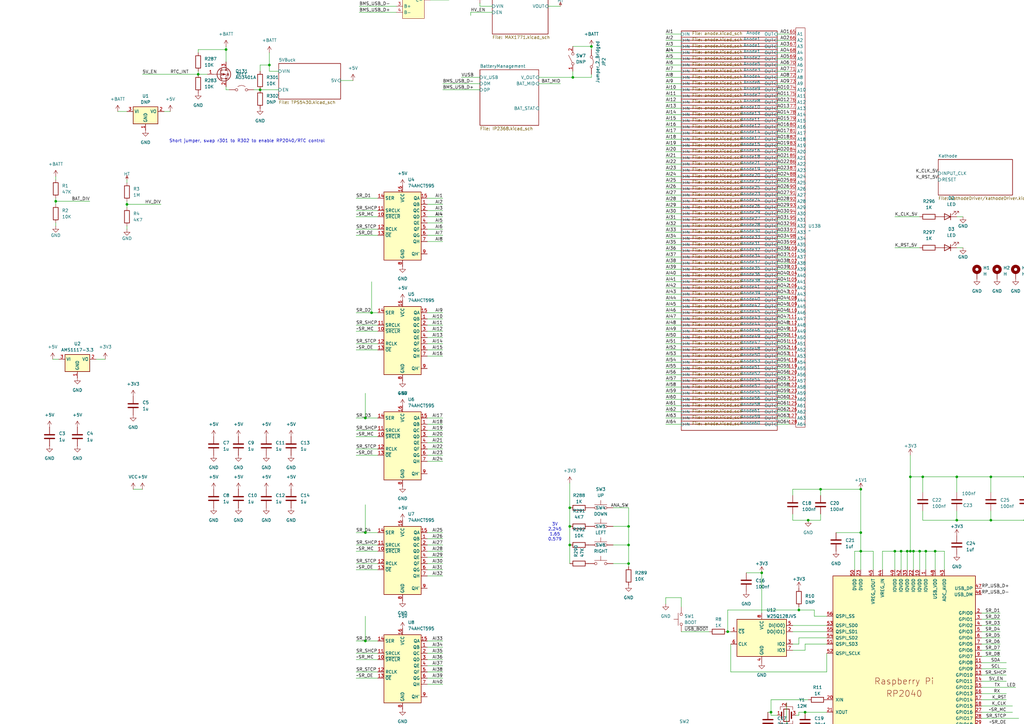
<source format=kicad_sch>
(kicad_sch (version 20231120) (generator "eeschema") (generator_version "8.0")
  (paper "A3")
  (junction (at 373.38 226.06))
  (junction (at 152.4 128.27))
  (junction (at 149.86 353.06))
  (junction (at 541.02 236.22))
  (junction (at 392.43 195.58))
  (junction (at 501.65 161.29))
  (junction (at 233.68 -62.23))
  (junction (at 233.68 208.28))
  (junction (at 458.47 213.36))
  (junction (at 52.07 83.82))
  (junction (at 149.86 309.88))
  (junction (at 374.65 226.06))
  (junction (at 336.55 200.66))
  (junction (at 257.81 231.14))
  (junction (at 392.43 213.36))
  (junction (at 242.57 19.05))
  (junction (at 372.11 226.06))
  (junction (at 316.23 292.1))
  (junction (at 353.06 200.66))
  (junction (at 22.86 82.55))
  (junction (at 81.28 30.48))
  (junction (at 149.86 262.89))
  (junction (at 406.4 213.36))
  (junction (at 486.41 227.33))
  (junction (at 369.57 226.06))
  (junction (at 92.71 20.32))
  (junction (at 406.4 195.58))
  (junction (at 233.68 223.52))
  (junction (at 433.07 195.58))
  (junction (at 433.07 213.36))
  (junction (at 353.06 218.44))
  (junction (at 373.38 195.58))
  (junction (at 420.37 195.58))
  (junction (at 331.47 213.36))
  (junction (at 367.03 226.06))
  (junction (at 330.2 292.1))
  (junction (at 149.86 218.44))
  (junction (at 445.77 195.58))
  (junction (at 257.81 223.52))
  (junction (at 234.95 31.75))
  (junction (at 149.86 171.45))
  (junction (at 377.19 226.06))
  (junction (at 106.68 36.83))
  (junction (at 445.77 213.36))
  (junction (at 233.68 215.9))
  (junction (at 548.64 236.22))
  (junction (at 110.49 26.67))
  (junction (at 193.04 -72.39))
  (junction (at 149.86 400.05))
  (junction (at 378.46 195.58))
  (junction (at 298.45 259.08))
  (junction (at 322.58 298.45))
  (junction (at 327.66 250.19))
  (junction (at 312.42 234.95))
  (junction (at 379.73 226.06))
  (junction (at 233.68 -67.31))
  (junction (at 353.06 226.06))
  (junction (at 383.54 226.06))
  (junction (at 420.37 213.36))
  (junction (at 257.81 215.9))
  (wire (pts (xy 273.05 133.35) (xy 279.4 133.35)))
  (wire (pts (xy 476.25 256.54) (xy 468.63 256.54)))
  (wire (pts (xy 279.4 248.92) (xy 279.4 245.11)))
  (wire (pts (xy 406.4 195.58) (xy 420.37 195.58)))
  (wire (pts (xy 478.79 161.29) (xy 501.65 161.29)))
  (wire (pts (xy 81.28 20.32) (xy 92.71 20.32)))
  (wire (pts (xy 181.61 173.99) (xy 175.26 173.99)))
  (wire (pts (xy 110.49 29.21) (xy 114.3 29.21)))
  (wire (pts (xy 273.05 105.41) (xy 279.4 105.41)))
  (wire (pts (xy 318.77 118.11) (xy 323.85 118.11)))
  (wire (pts (xy 233.68 -74.93) (xy 210.82 -74.93)))
  (wire (pts (xy 402.59 274.32) (xy 412.75 274.32)))
  (wire (pts (xy 329.565 326.39) (xy 313.69 326.39)))
  (wire (pts (xy 318.77 115.57) (xy 323.85 115.57)))
  (wire (pts (xy 146.05 140.97) (xy 154.94 140.97)))
  (wire (pts (xy 367.03 226.06) (xy 369.57 226.06)))
  (wire (pts (xy 318.77 158.75) (xy 323.85 158.75)))
  (wire (pts (xy 330.2 292.1) (xy 339.09 292.1)))
  (wire (pts (xy 318.77 120.65) (xy 323.85 120.65)))
  (wire (pts (xy 420.37 195.58) (xy 433.07 195.58)))
  (wire (pts (xy 149.86 388.62) (xy 149.86 400.05)))
  (wire (pts (xy 445.77 209.55) (xy 445.77 213.36)))
  (wire (pts (xy 330.2 264.16) (xy 330.2 266.7)))
  (wire (pts (xy 318.77 168.91) (xy 323.85 168.91)))
  (wire (pts (xy 181.61 226.06) (xy 175.26 226.06)))
  (wire (pts (xy 222.25 -67.31) (xy 233.68 -67.31)))
  (wire (pts (xy 336.55 200.66) (xy 353.06 200.66)))
  (wire (pts (xy 367.03 88.9) (xy 377.19 88.9)))
  (wire (pts (xy 242.57 19.05) (xy 234.95 19.05)))
  (wire (pts (xy 273.05 158.75) (xy 279.4 158.75)))
  (wire (pts (xy 146.05 368.3) (xy 154.94 368.3)))
  (wire (pts (xy 501.65 158.75) (xy 501.65 161.29)))
  (wire (pts (xy 273.05 245.11) (xy 273.05 247.65)))
  (wire (pts (xy 318.77 107.95) (xy 323.85 107.95)))
  (wire (pts (xy 318.77 100.33) (xy 323.85 100.33)))
  (wire (pts (xy 106.68 29.21) (xy 106.68 26.67)))
  (wire (pts (xy 406.4 400.05) (xy 403.86 400.05)))
  (wire (pts (xy 273.05 166.37) (xy 279.4 166.37)))
  (wire (pts (xy 81.28 21.59) (xy 81.28 20.32)))
  (wire (pts (xy 273.05 151.13) (xy 279.4 151.13)))
  (wire (pts (xy 441.96 320.04) (xy 453.39 320.04)))
  (wire (pts (xy 318.77 69.85) (xy 323.85 69.85)))
  (wire (pts (xy 327.66 261.62) (xy 339.09 261.62)))
  (wire (pts (xy 273.05 39.37) (xy 279.4 39.37)))
  (wire (pts (xy 273.05 92.71) (xy 279.4 92.71)))
  (wire (pts (xy 273.05 120.65) (xy 279.4 120.65)))
  (wire (pts (xy 318.77 72.39) (xy 323.85 72.39)))
  (wire (pts (xy 181.61 360.68) (xy 175.26 360.68)))
  (wire (pts (xy 66.04 83.82) (xy 52.07 83.82)))
  (wire (pts (xy 318.77 171.45) (xy 323.85 171.45)))
  (wire (pts (xy 273.05 44.45) (xy 279.4 44.45)))
  (wire (pts (xy 377.19 226.06) (xy 377.19 233.68)))
  (wire (pts (xy 433.07 195.58) (xy 433.07 201.93)))
  (wire (pts (xy 149.86 353.06) (xy 154.94 353.06)))
  (wire (pts (xy 233.68 208.28) (xy 233.68 215.9)))
  (wire (pts (xy 273.05 62.23) (xy 279.4 62.23)))
  (wire (pts (xy 468.63 259.08) (xy 473.71 259.08)))
  (wire (pts (xy 458.47 213.36) (xy 445.77 213.36)))
  (wire (pts (xy 257.81 223.52) (xy 257.81 215.9)))
  (wire (pts (xy 369.57 226.06) (xy 369.57 233.68)))
  (wire (pts (xy 273.05 143.51) (xy 279.4 143.51)))
  (wire (pts (xy 92.71 36.83) (xy 93.98 36.83)))
  (wire (pts (xy 257.81 208.28) (xy 251.46 208.28)))
  (wire (pts (xy 85.09 30.48) (xy 81.28 30.48)))
  (wire (pts (xy 146.05 233.68) (xy 154.94 233.68)))
  (wire (pts (xy 318.77 62.23) (xy 323.85 62.23)))
  (wire (pts (xy 402.59 322.58) (xy 415.29 322.58)))
  (wire (pts (xy 181.61 88.9) (xy 175.26 88.9)))
  (wire (pts (xy 402.59 254) (xy 410.21 254)))
  (wire (pts (xy 193.04 6.35) (xy 193.04 5.08)))
  (wire (pts (xy 313.69 321.31) (xy 320.675 321.31)))
  (wire (pts (xy 273.05 95.25) (xy 279.4 95.25)))
  (wire (pts (xy 273.05 19.05) (xy 279.4 19.05)))
  (wire (pts (xy 181.61 218.44) (xy 175.26 218.44)))
  (wire (pts (xy 146.05 179.07) (xy 154.94 179.07)))
  (wire (pts (xy 322.58 288.29) (xy 322.58 298.45)))
  (wire (pts (xy 273.05 59.69) (xy 279.4 59.69)))
  (wire (pts (xy 152.4 128.27) (xy 154.94 128.27)))
  (wire (pts (xy 92.71 36.83) (xy 92.71 35.56)))
  (wire (pts (xy 486.41 215.9) (xy 486.41 227.33)))
  (wire (pts (xy 330.2 266.7) (xy 325.12 266.7)))
  (wire (pts (xy 318.77 16.51) (xy 323.85 16.51)))
  (wire (pts (xy 486.41 227.33) (xy 496.57 227.33)))
  (wire (pts (xy 181.61 358.14) (xy 175.26 358.14)))
  (wire (pts (xy 318.77 163.83) (xy 323.85 163.83)))
  (wire (pts (xy 181.61 186.69) (xy 175.26 186.69)))
  (wire (pts (xy 22.86 82.55) (xy 22.86 83.82)))
  (wire (pts (xy 273.05 90.17) (xy 279.4 90.17)))
  (wire (pts (xy 181.61 325.12) (xy 175.26 325.12)))
  (wire (pts (xy 181.61 189.23) (xy 175.26 189.23)))
  (wire (pts (xy 181.61 317.5) (xy 175.26 317.5)))
  (wire (pts (xy 469.9 179.07) (xy 469.9 180.34)))
  (wire (pts (xy 298.45 250.19) (xy 298.45 259.08)))
  (wire (pts (xy 196.85 2.54) (xy 196.85 1.27)))
  (wire (pts (xy 189.23 31.75) (xy 196.85 31.75)))
  (wire (pts (xy 181.61 400.05) (xy 175.26 400.05)))
  (wire (pts (xy 146.05 267.97) (xy 154.94 267.97)))
  (wire (pts (xy 52.07 74.93) (xy 52.07 73.66)))
  (wire (pts (xy 181.61 273.05) (xy 175.26 273.05)))
  (wire (pts (xy 441.96 325.12) (xy 453.39 325.12)))
  (wire (pts (xy 181.61 262.89) (xy 175.26 262.89)))
  (wire (pts (xy 146.05 171.45) (xy 149.86 171.45)))
  (wire (pts (xy 271.78 303.53) (xy 275.59 303.53)))
  (wire (pts (xy 417.83 294.64) (xy 402.59 294.64)))
  (wire (pts (xy 318.77 130.81) (xy 323.85 130.81)))
  (wire (pts (xy 273.05 138.43) (xy 279.4 138.43)))
  (wire (pts (xy 181.61 417.83) (xy 175.26 417.83)))
  (wire (pts (xy 435.61 327.66) (xy 453.39 327.66)))
  (wire (pts (xy 453.39 317.5) (xy 441.96 317.5)))
  (wire (pts (xy 39.37 147.32) (xy 43.18 147.32)))
  (wire (pts (xy 339.09 264.16) (xy 330.2 264.16)))
  (wire (pts (xy 402.59 287.02) (xy 412.75 287.02)))
  (wire (pts (xy 318.77 80.01) (xy 323.85 80.01)))
  (wire (pts (xy 318.77 29.21) (xy 323.85 29.21)))
  (wire (pts (xy 316.23 287.02) (xy 316.23 292.1)))
  (wire (pts (xy 378.46 201.93) (xy 378.46 195.58)))
  (wire (pts (xy 402.59 302.26) (xy 414.02 302.26)))
  (wire (pts (xy 361.95 233.68) (xy 361.95 226.06)))
  (wire (pts (xy 373.38 226.06) (xy 374.65 226.06)))
  (wire (pts (xy 273.05 113.03) (xy 279.4 113.03)))
  (wire (pts (xy 435.61 321.31) (xy 435.61 322.58)))
  (wire (pts (xy 92.71 20.32) (xy 92.71 25.4)))
  (wire (pts (xy 458.47 209.55) (xy 458.47 213.36)))
  (wire (pts (xy 510.54 254) (xy 502.92 254)))
  (wire (pts (xy 518.16 259.08) (xy 525.78 259.08)))
  (wire (pts (xy 273.05 34.29) (xy 279.4 34.29)))
  (wire (pts (xy 518.16 279.4) (xy 518.16 264.16)))
  (wire (pts (xy 406.4 213.36) (xy 392.43 213.36)))
  (wire (pts (xy 181.61 99.06) (xy 175.26 99.06)))
  (wire (pts (xy 318.77 133.35) (xy 323.85 133.35)))
  (wire (pts (xy 181.61 365.76) (xy 175.26 365.76)))
  (wire (pts (xy 147.32 2.54) (xy 162.56 2.54)))
  (wire (pts (xy 478.79 171.45) (xy 478.79 161.29)))
  (wire (pts (xy 502.92 259.08) (xy 508 259.08)))
  (wire (pts (xy 207.01 -67.31) (xy 214.63 -67.31)))
  (wire (pts (xy 378.46 213.36) (xy 378.46 209.55)))
  (wire (pts (xy 316.23 293.37) (xy 316.23 292.1)))
  (wire (pts (xy 176.53 0) (xy 184.15 0)))
  (wire (pts (xy 273.05 69.85) (xy 279.4 69.85)))
  (wire (pts (xy 435.61 322.58) (xy 453.39 322.58)))
  (wire (pts (xy 372.11 226.06) (xy 373.38 226.06)))
  (wire (pts (xy 392.43 195.58) (xy 406.4 195.58)))
  (wire (pts (xy 181.61 267.97) (xy 175.26 267.97)))
  (wire (pts (xy 445.77 195.58) (xy 458.47 195.58)))
  (wire (pts (xy 402.59 281.94) (xy 416.56 281.94)))
  (wire (pts (xy 402.59 266.7) (xy 410.21 266.7)))
  (wire (pts (xy 402.59 256.54) (xy 410.21 256.54)))
  (wire (pts (xy 181.61 265.43) (xy 175.26 265.43)))
  (wire (pts (xy 52.07 93.98) (xy 52.07 92.71)))
  (wire (pts (xy 273.05 26.67) (xy 279.4 26.67)))
  (wire (pts (xy 181.61 405.13) (xy 175.26 405.13)))
  (wire (pts (xy 181.61 128.27) (xy 175.26 128.27)))
  (wire (pts (xy 383.54 226.06) (xy 383.54 233.68)))
  (wire (pts (xy 181.61 130.81) (xy 175.26 130.81)))
  (wire (pts (xy 318.77 67.31) (xy 323.85 67.31)))
  (wire (pts (xy 318.77 156.21) (xy 323.85 156.21)))
  (wire (pts (xy 251.46 215.9) (xy 257.81 215.9)))
  (wire (pts (xy 181.61 231.14) (xy 175.26 231.14)))
  (wire (pts (xy 334.01 252.73) (xy 339.09 252.73)))
  (wire (pts (xy 146.05 93.98) (xy 154.94 93.98)))
  (wire (pts (xy 406.4 195.58) (xy 406.4 201.93)))
  (wire (pts (xy 325.12 210.82) (xy 325.12 213.36)))
  (wire (pts (xy 318.77 97.79) (xy 323.85 97.79)))
  (wire (pts (xy 273.05 13.97) (xy 279.4 13.97)))
  (wire (pts (xy 318.77 87.63) (xy 323.85 87.63)))
  (wire (pts (xy 273.05 85.09) (xy 279.4 85.09)))
  (wire (pts (xy 279.4 245.11) (xy 273.05 245.11)))
  (wire (pts (xy 203.2 -72.39) (xy 233.68 -72.39)))
  (wire (pts (xy 257.81 231.14) (xy 257.81 223.52)))
  (wire (pts (xy 369.57 226.06) (xy 372.11 226.06)))
  (wire (pts (xy 146.05 325.12) (xy 154.94 325.12)))
  (wire (pts (xy 433.07 293.37) (xy 453.39 293.37)))
  (wire (pts (xy 181.61 181.61) (xy 175.26 181.61)))
  (wire (pts (xy 273.05 97.79) (xy 279.4 97.79)))
  (wire (pts (xy 273.05 125.73) (xy 279.4 125.73)))
  (wire (pts (xy 406.4 209.55) (xy 406.4 213.36)))
  (wire (pts (xy 353.06 200.66) (xy 353.06 218.44)))
  (wire (pts (xy 541.02 226.06) (xy 551.18 226.06)))
  (wire (pts (xy 251.46 223.52) (xy 257.81 223.52)))
  (wire (pts (xy 273.05 135.89) (xy 279.4 135.89)))
  (wire (pts (xy 327.66 248.92) (xy 327.66 250.19)))
  (wire (pts (xy 152.4 115.57) (xy 152.4 128.27)))
  (wire (pts (xy 273.05 168.91) (xy 279.4 168.91)))
  (wire (pts (xy 273.05 102.87) (xy 279.4 102.87)))
  (wire (pts (xy 146.05 275.59) (xy 154.94 275.59)))
  (wire (pts (xy 318.77 77.47) (xy 323.85 77.47)))
  (wire (pts (xy 541.02 251.46) (xy 541.02 236.22)))
  (wire (pts (xy 318.77 13.97) (xy 323.85 13.97)))
  (wire (pts (xy 181.61 184.15) (xy 175.26 184.15)))
  (wire (pts (xy 318.77 143.51) (xy 323.85 143.51)))
  (wire (pts (xy 201.93 2.54) (xy 196.85 2.54)))
  (wire (pts (xy 233.68 223.52) (xy 233.68 231.14)))
  (wire (pts (xy 181.61 278.13) (xy 175.26 278.13)))
  (wire (pts (xy 402.59 251.46) (xy 410.21 251.46)))
  (wire (pts (xy 318.77 110.49) (xy 323.85 110.49)))
  (wire (pts (xy 318.77 44.45) (xy 323.85 44.45)))
  (wire (pts (xy 48.26 45.72) (xy 52.07 45.72)))
  (wire (pts (xy 327.66 293.37) (xy 327.66 292.1)))
  (wire (pts (xy 181.61 146.05) (xy 175.26 146.05)))
  (wire (pts (xy 285.75 303.53) (xy 294.64 303.53)))
  (wire (pts (xy 318.77 74.93) (xy 323.85 74.93)))
  (wire (pts (xy 273.05 46.99) (xy 279.4 46.99)))
  (wire (pts (xy 504.19 163.83) (xy 504.19 161.29)))
  (wire (pts (xy 336.55 213.36) (xy 336.55 210.82)))
  (wire (pts (xy 181.61 309.88) (xy 175.26 309.88)))
  (wire (pts (xy 441.96 335.28) (xy 453.39 335.28)))
  (wire (pts (xy 392.43 213.36) (xy 378.46 213.36)))
  (wire (pts (xy 374.65 226.06) (xy 374.65 233.68)))
  (wire (pts (xy 146.05 309.88) (xy 149.86 309.88)))
  (wire (pts (xy 24.13 147.32) (xy 21.59 147.32)))
  (wire (pts (xy 273.05 31.75) (xy 279.4 31.75)))
  (wire (pts (xy 402.59 320.04) (xy 415.29 320.04)))
  (wire (pts (xy 242.57 30.48) (xy 242.57 31.75)))
  (wire (pts (xy 402.59 269.24) (xy 410.21 269.24)))
  (wire (pts (xy 181.61 275.59) (xy 175.26 275.59)))
  (wire (pts (xy 318.77 173.99) (xy 323.85 173.99)))
  (wire (pts (xy 149.86 341.63) (xy 149.86 353.06)))
  (wire (pts (xy 146.05 322.58) (xy 154.94 322.58)))
  (wire (pts (xy 146.05 143.51) (xy 154.94 143.51)))
  (wire (pts (xy 181.61 327.66) (xy 175.26 327.66)))
  (wire (pts (xy 325.12 200.66) (xy 336.55 200.66)))
  (wire (pts (xy 185.42 -80.01) (xy 191.77 -80.01)))
  (wire (pts (xy 146.05 133.35) (xy 154.94 133.35)))
  (wire (pts (xy 504.19 161.29) (xy 501.65 161.29)))
  (wire (pts (xy 318.77 24.13) (xy 323.85 24.13)))
  (wire (pts (xy 203.2 -74.93) (xy 193.04 -74.93)))
  (wire (pts (xy 146.05 360.68) (xy 154.94 360.68)))
  (wire (pts (xy 421.64 243.84) (xy 431.8 243.84)))
  (wire (pts (xy 318.77 57.15) (xy 323.85 57.15)))
  (wire (pts (xy 92.71 19.05) (xy 92.71 20.32)))
  (wire (pts (xy 402.59 299.72) (xy 414.02 299.72)))
  (wire (pts (xy 318.77 31.75) (xy 323.85 31.75)))
  (wire (pts (xy 473.71 251.46) (xy 468.63 251.46)))
  (wire (pts (xy 146.05 223.52) (xy 154.94 223.52)))
  (wire (pts (xy 149.86 262.89) (xy 154.94 262.89)))
  (wire (pts (xy 326.39 293.37) (xy 327.66 293.37)))
  (wire (pts (xy 453.39 330.2) (xy 441.96 330.2)))
  (wire (pts (xy 336.55 200.66) (xy 336.55 203.2)))
  (wire (pts (xy 181.61 179.07) (xy 175.26 179.07)))
  (wire (pts (xy 358.14 226.06) (xy 353.06 226.06)))
  (wire (pts (xy 367.03 226.06) (xy 367.03 233.68)))
  (wire (pts (xy 181.61 143.51) (xy 175.26 143.51)))
  (wire (pts (xy 318.77 128.27) (xy 323.85 128.27)))
  (wire (pts (xy 329.565 316.23) (xy 329.565 326.39)))
  (wire (pts (xy 273.05 123.19) (xy 279.4 123.19)))
  (wire (pts (xy 402.59 312.42) (xy 414.02 312.42)))
  (wire (pts (xy 146.05 231.14) (xy 154.94 231.14)))
  (wire (pts (xy 488.95 229.87) (xy 486.41 229.87)))
  (wire (pts (xy 518.16 264.16) (xy 525.78 264.16)))
  (wire (pts (xy 325.12 256.54) (xy 339.09 256.54)))
  (wire (pts (xy 476.25 254) (xy 468.63 254)))
  (wire (pts (xy 468.63 293.37) (xy 481.33 293.37)))
  (wire (pts (xy 146.05 400.05) (xy 149.86 400.05)))
  (wire (pts (xy 318.77 102.87) (xy 323.85 102.87)))
  (wire (pts (xy 181.61 320.04) (xy 175.26 320.04)))
  (wire (pts (xy 339.09 275.59) (xy 299.72 275.59)))
  (wire (pts (xy 314.96 292.1) (xy 316.23 292.1)))
  (wire (pts (xy 273.05 49.53) (xy 279.4 49.53)))
  (wire (pts (xy 486.41 227.33) (xy 486.41 229.87)))
  (wire (pts (xy 331.47 328.93) (xy 331.47 318.77)))
  (wire (pts (xy 181.61 96.52) (xy 175.26 96.52)))
  (wire (pts (xy 273.05 130.81) (xy 279.4 130.81)))
  (wire (pts (xy 420.37 209.55) (xy 420.37 213.36)))
  (wire (pts (xy 149.86 252.73) (xy 149.86 262.89)))
  (wire (pts (xy 233.68 215.9) (xy 233.68 223.52)))
  (wire (pts (xy 67.31 45.72) (xy 69.85 45.72)))
  (wire (pts (xy 273.05 87.63) (xy 279.4 87.63)))
  (wire (pts (xy 501.65 161.29) (xy 501.65 163.83)))
  (wire (pts (xy 273.05 171.45) (xy 279.4 171.45)))
  (wire (pts (xy 273.05 118.11) (xy 279.4 118.11)))
  (wire (pts (xy 181.61 86.36) (xy 175.26 86.36)))
  (wire (pts (xy 392.43 209.55) (xy 392.43 213.36)))
  (wire (pts (xy 58.42 30.48) (xy 81.28 30.48)))
  (wire (pts (xy 318.77 52.07) (xy 323.85 52.07)))
  (wire (pts (xy 402.59 276.86) (xy 412.75 276.86)))
  (wire (pts (xy 433.07 209.55) (xy 433.07 213.36)))
  (wire (pts (xy 299.72 275.59) (xy 299.72 264.16)))
  (wire (pts (xy 402.59 304.8) (xy 414.02 304.8)))
  (wire (pts (xy 318.77 26.67) (xy 323.85 26.67)))
  (wire (pts (xy 524.51 176.53) (xy 537.21 176.53)))
  (wire (pts (xy 318.77 82.55) (xy 323.85 82.55)))
  (wire (pts (xy 273.05 82.55) (xy 279.4 82.55)))
  (wire (pts (xy 273.05 140.97) (xy 279.4 140.97)))
  (wire (pts (xy 149.86 -5.08) (xy 162.56 -5.08)))
  (wire (pts (xy 181.61 34.29) (xy 196.85 34.29)))
  (wire (pts (xy 318.77 105.41) (xy 323.85 105.41)))
  (wire (pts (xy 273.05 21.59) (xy 279.4 21.59)))
  (wire (pts (xy 508 250.19) (xy 508 251.46)))
  (wire (pts (xy 273.05 146.05) (xy 279.4 146.05)))
  (wire (pts (xy 318.77 113.03) (xy 323.85 113.03)))
  (wire (pts (xy 273.05 163.83) (xy 279.4 163.83)))
  (wire (pts (xy 146.05 314.96) (xy 154.94 314.96)))
  (wire (pts (xy 316.23 287.02) (xy 331.47 287.02)))
  (wire (pts (xy 402.59 325.12) (xy 414.02 325.12)))
  (wire (pts (xy 478.79 179.07) (xy 469.9 179.07)))
  (wire (pts (xy 402.59 261.62) (xy 410.21 261.62)))
  (wire (pts (xy 353.06 226.06) (xy 353.06 233.68)))
  (wire (pts (xy 402.59 271.78) (xy 412.75 271.78)))
  (wire (pts (xy 378.46 195.58) (xy 392.43 195.58)))
  (wire (pts (xy 373.38 195.58) (xy 378.46 195.58)))
  (wire (pts (xy 181.61 171.45) (xy 175.26 171.45)))
  (wire (pts (xy 139.7 33.02) (xy 144.78 33.02)))
  (wire (pts (xy 181.61 140.97) (xy 175.26 140.97)))
  (wire (pts (xy 510.54 256.54) (xy 502.92 256.54)))
  (wire (pts (xy 181.61 236.22) (xy 175.26 236.22)))
  (wire (pts (xy 383.54 425.45) (xy 383.54 424.18)))
  (wire (pts (xy 110.49 26.67) (xy 110.49 29.21)))
  (wire (pts (xy 402.59 307.34) (xy 414.02 307.34)))
  (wire (pts (xy 402.59 279.4) (xy 412.75 279.4)))
  (wire (pts (xy 193.04 5.08) (xy 201.93 5.08)))
  (wire (pts (xy 318.77 123.19) (xy 323.85 123.19)))
  (wire (pts (xy 181.61 410.21) (xy 175.26 410.21)))
  (wire (pts (xy 181.61 138.43) (xy 175.26 138.43)))
  (wire (pts (xy 496.57 229.87) (xy 511.81 229.87)))
  (wire (pts (xy 146.05 262.89) (xy 149.86 262.89)))
  (wire (pts (xy 54.61 200.66) (xy 58.42 200.66)))
  (wire (pts (xy 331.47 213.36) (xy 336.55 213.36)))
  (wire (pts (xy 318.77 59.69) (xy 323.85 59.69)))
  (wire (pts (xy 220.98 31.75) (xy 234.95 31.75)))
  (wire (pts (xy 146.05 176.53) (xy 154.94 176.53)))
  (wire (pts (xy 374.65 226.06) (xy 377.19 226.06)))
  (wire (pts (xy 279.4 259.08) (xy 290.83 259.08)))
  (wire (pts (xy 318.77 46.99) (xy 323.85 46.99)))
  (wire (pts (xy 146.05 184.15) (xy 154.94 184.15)))
  (wire (pts (xy 181.61 223.52) (xy 175.26 223.52)))
  (wire (pts (xy 334.01 250.19) (xy 334.01 252.73)))
  (wire (pts (xy 273.05 128.27) (xy 279.4 128.27)))
  (wire (pts (xy 458.47 195.58) (xy 458.47 201.93)))
  (wire (pts (xy 273.05 52.07) (xy 279.4 52.07)))
  (wire (pts (xy 372.11 226.06) (xy 372.11 233.68)))
  (wire (pts (xy 316.23 293.37) (xy 318.77 293.37)))
  (wire (pts (xy 327.66 264.16) (xy 327.66 261.62)))
  (wire (pts (xy 378.46 400.05) (xy 388.62 400.05)))
  (wire (pts (xy 181.61 353.06) (xy 175.26 353.06)))
  (wire (pts (xy 146.05 128.27) (xy 152.4 128.27)))
  (wire (pts (xy 453.39 314.96) (xy 441.96 314.96)))
  (wire (pts (xy 193.04 -72.39) (xy 195.58 -72.39)))
  (wire (pts (xy 273.05 74.93) (xy 279.4 74.93)))
  (wire (pts (xy 149.86 -7.62) (xy 162.56 -7.62)))
  (wire (pts (xy 383.54 226.06) (xy 387.35 226.06)))
  (wire (pts (xy 149.86 299.72) (xy 149.86 309.88)))
  (wire (pts (xy 392.43 195.58) (xy 392.43 201.93)))
  (wire (pts (xy 22.86 73.66) (xy 22.86 72.39)))
  (wire (pts (xy 312.42 234.95) (xy 306.07 234.95)))
  (wire (pts (xy 181.61 363.22) (xy 175.26 363.22)))
  (wire (pts (xy 445.77 213.36) (xy 433.07 213.36)))
  (wire (pts (xy 181.61 135.89) (xy 175.26 135.89)))
  (wire (pts (xy 146.05 88.9) (xy 154.94 88.9)))
  (wire (pts (xy 318.77 54.61) (xy 323.85 54.61)))
  (wire (pts (xy 149.86 161.29) (xy 149.86 171.45)))
  (wire (pts (xy 220.98 34.29) (xy 229.87 34.29)))
  (wire (pts (xy 273.05 115.57) (xy 279.4 115.57)))
  (wire (pts (xy 149.86 218.44) (xy 154.94 218.44)))
  (wire (pts (xy 146.05 365.76) (xy 154.94 365.76)))
  (wire (pts (xy 318.77 135.89) (xy 323.85 135.89)))
  (wire (pts (xy 433.07 195.58) (xy 445.77 195.58)))
  (wire (pts (xy 224.79 2.54) (xy 229.87 2.54)))
  (wire (pts (xy 146.05 86.36) (xy 154.94 86.36)))
  (wire (pts (xy 273.05 54.61) (xy 279.4 54.61)))
  (wire (pts (xy 146.05 407.67) (xy 154.94 407.67)))
  (wire (pts (xy 318.77 64.77) (xy 323.85 64.77)))
  (wire (pts (xy 325.12 203.2) (xy 325.12 200.66)))
  (wire (pts (xy 318.77 153.67) (xy 323.85 153.67)))
  (wire (pts (xy 233.68 -67.31) (xy 233.68 -64.77)))
  (wire (pts (xy 181.61 91.44) (xy 175.26 91.44)))
  (wire (pts (xy 273.05 110.49) (xy 279.4 110.49)))
  (wire (pts (xy 331.47 318.77) (xy 339.09 318.77)))
  (wire (pts (xy 181.61 93.98) (xy 175.26 93.98)))
  (wire (pts (xy 402.59 292.1) (xy 415.29 292.1)))
  (wire (pts (xy 339.09 316.23) (xy 329.565 316.23)))
  (wire (pts (xy 149.86 400.05) (xy 154.94 400.05)))
  (wire (pts (xy 22.86 92.71) (xy 22.86 91.44)))
  (wire (pts (xy 257.81 232.41) (xy 257.81 231.14)))
  (wire (pts (xy 407.67 425.45) (xy 405.13 425.45)))
  (wire (pts (xy 318.77 146.05) (xy 323.85 146.05)))
  (wire (pts (xy 541.02 236.22) (xy 548.64 236.22)))
  (wire (pts (xy 146.05 405.13) (xy 154.94 405.13)))
  (wire (pts (xy 318.77 140.97) (xy 323.85 140.97)))
  (wire (pts (xy 273.05 16.51) (xy 279.4 16.51)))
  (wire (pts (xy 389.89 425.45) (xy 383.54 425.45)))
  (wire (pts (xy 181.61 81.28) (xy 175.26 81.28)))
  (wire (pts (xy 511.81 227.33) (xy 504.19 227.33)))
  (wire (pts (xy 233.68 198.12) (xy 233.68 208.28)))
  (wire (pts (xy 149.86 207.01) (xy 149.86 218.44)))
  (wire (pts (xy 318.77 92.71) (xy 323.85 92.71)))
  (wire (pts (xy 181.61 407.67) (xy 175.26 407.67)))
  (wire (pts (xy 402.59 314.96) (xy 424.18 314.96)))
  (wire (pts (xy 146.05 270.51) (xy 154.94 270.51)))
  (wire (pts (xy 181.61 368.3) (xy 175.26 368.3)))
  (wire (pts (xy 273.05 72.39) (xy 279.4 72.39)))
  (wire (pts (xy 353.06 226.06) (xy 350.52 226.06)))
  (wire (pts (xy 234.95 29.21) (xy 234.95 31.75)))
  (wire (pts (xy 367.03 101.6) (xy 377.19 101.6)))
  (wire (pts (xy 273.05 161.29) (xy 279.4 161.29)))
  (wire (pts (xy 525.78 266.7) (xy 525.78 279.4)))
  (wire (pts (xy 181.61 314.96) (xy 175.26 314.96)))
  (wire (pts (xy 373.38 186.69) (xy 373.38 195.58)))
  (wire (pts (xy 273.05 67.31) (xy 279.4 67.31)))
  (wire (pts (xy 318.77 85.09) (xy 323.85 85.09)))
  (wire (pts (xy 518.16 256.54) (xy 525.78 256.54)))
  (wire (pts (xy 146.05 226.06) (xy 154.94 226.06)))
  (wire (pts (xy 318.77 95.25) (xy 323.85 95.25)))
  (wire (pts (xy 318.77 148.59) (xy 323.85 148.59)))
  (wire (pts (xy 402.59 309.88) (xy 414.02 309.88)))
  (wire (pts (xy 146.05 278.13) (xy 154.94 278.13)))
  (wire (pts (xy 445.77 195.58) (xy 445.77 201.93)))
  (wire (pts (xy 181.61 312.42) (xy 175.26 312.42)))
  (wire (pts (xy 406.4 387.35) (xy 403.86 387.35)))
  (wire (pts (xy 181.61 176.53) (xy 175.26 176.53)))
  (wire (pts (xy 181.61 415.29) (xy 175.26 415.29)))
  (wire (pts (xy 325.12 259.08) (xy 339.09 259.08)))
  (wire (pts (xy 104.14 36.83) (xy 106.68 36.83)))
  (wire (pts (xy 222.25 -62.23) (xy 233.68 -62.23)))
  (wire (pts (xy 358.14 233.68) (xy 358.14 226.06)))
  (wire (pts (xy 146.05 353.06) (xy 149.86 353.06)))
  (wire (pts (xy 233.68 -62.23) (xy 233.68 -59.69)))
  (wire (pts (xy 379.73 226.06) (xy 383.54 226.06)))
  (wire (pts (xy 146.05 186.69) (xy 154.94 186.69)))
  (wire (pts (xy 402.59 264.16) (xy 410.21 264.16)))
  (wire (pts (xy 318.77 138.43) (xy 323.85 138.43)))
  (wire (pts (xy 402.59 327.66) (xy 416.56 327.66)))
  (wire (pts (xy 147.32 5.08) (xy 162.56 5.08)))
  (wire (pts (xy 273.05 107.95) (xy 279.4 107.95)))
  (wire (pts (xy 361.95 226.06) (xy 367.03 226.06)))
  (wire (pts (xy 181.61 355.6) (xy 175.26 355.6)))
  (wire (pts (xy 350.52 226.06) (xy 350.52 233.68)))
  (wire (pts (xy 273.05 29.21) (xy 279.4 29.21)))
  (wire (pts (xy 402.59 259.08) (xy 410.21 259.08)))
  (wire (pts (xy 383.54 414.02) (xy 383.54 412.75)))
  (wire (pts (xy 242.57 20.32) (xy 242.57 19.05)))
  (wire (pts (xy 318.77 49.53) (xy 323.85 49.53)))
  (wire (pts (xy 420.37 213.36) (xy 406.4 213.36)))
  (wire (pts (xy 353.06 218.44) (xy 353.06 226.06)))
  (wire (pts (xy 146.05 412.75) (xy 154.94 412.75)))
  (wire (pts (xy 181.61 412.75) (xy 175.26 412.75)))
  (wire (pts (xy 394.97 88.9) (xy 392.43 88.9)))
  (wire (pts (xy 81.28 30.48) (xy 81.28 29.21)))
  (wire (pts (xy 433.07 213.36) (xy 420.37 213.36)))
  (wire (pts (xy 473.71 250.19) (xy 473.71 251.46)))
  (wire (pts (xy 508 251.46) (xy 502.92 251.46)))
  (wire (pts (xy 449.58 243.84) (xy 447.04 243.84)))
  (wire (pts (xy 388.62 439.42) (xy 382.27 439.42)))
  (wire (pts (xy 453.39 332.74) (xy 441.96 332.74)))
  (wire (pts (xy 106.68 36.83) (xy 114.3 36.83)))
  (wire (pts (xy 181.61 370.84) (xy 175.26 370.84)))
  (wire (pts (xy 181.61 233.68) (xy 175.26 233.68)))
  (wire (pts (xy 273.05 80.01) (xy 279.4 80.01)))
  (wire (pts (xy 257.81 215.9) (xy 257.81 208.28)))
  (wire (pts (xy 318.77 21.59) (xy 323.85 21.59)))
  (wire (pts (xy 149.86 309.88) (xy 154.94 309.88)))
  (wire (pts (xy 193.04 -74.93) (xy 193.04 -72.39)))
  (wire (pts (xy 417.83 297.18) (xy 402.59 297.18)))
  (wire (pts (xy 22.86 81.28) (xy 22.86 82.55)))
  (wire (pts (xy 181.61 280.67) (xy 175.26 280.67)))
  (wire (pts (xy 191.77 -72.39) (xy 193.04 -72.39)))
  (wire (pts (xy 327.66 250.19) (xy 298.45 250.19)))
  (wire (pts (xy 318.77 39.37) (xy 323.85 39.37)))
  (wire (pts (xy 325.12 264.16) (xy 327.66 264.16)))
  (wire (pts (xy 146.05 317.5) (xy 154.94 317.5)))
  (wire (pts (xy 312.42 234.95) (xy 312.42 251.46)))
  (wire (pts (xy 233.68 -80.01) (xy 199.39 -80.01)))
  (wire (pts (xy 318.77 36.83) (xy 323.85 36.83)))
  (wire (pts (xy 176.53 -2.54) (xy 184.15 -2.54)))
  (wire (pts (xy 242.57 31.75) (xy 234.95 31.75)))
  (wire (pts (xy 378.46 387.35) (xy 388.62 387.35)))
  (wire (pts (xy 318.77 90.17) (xy 323.85 90.17)))
  (wire (pts (xy 298.45 259.08) (xy 299.72 259.08)))
  (wire (pts (xy 402.59 284.48) (xy 412.75 284.48)))
  (wire (pts (xy 273.05 24.13) (xy 279.4 24.13)))
  (wire (pts (xy 273.05 100.33) (xy 279.4 100.33)))
  (wire (pts (xy 327.66 292.1) (xy 330.2 292.1)))
  (wire (pts (xy 207.01 -62.23) (xy 214.63 -62.23)))
  (wire (pts (xy 181.61 36.83) (xy 196.85 36.83)))
  (wire (pts (xy 146.05 358.14) (xy 154.94 358.14)))
  (wire (pts (xy 181.61 402.59) (xy 175.26 402.59)))
  (wire (pts (xy 146.05 218.44) (xy 149.86 218.44)))
  (wire (pts (xy 146.05 96.52) (xy 154.94 96.52)))
  (wire (pts (xy 52.07 83.82) (xy 52.07 85.09)))
  (wire (pts (xy 458.47 285.75) (xy 481.33 285.75)))
  (wire (pts (xy 318.77 151.13) (xy 323.85 151.13)))
  (wire (pts (xy 181.61 83.82) (xy 175.26 83.82)))
  (wire (pts (xy 389.89 414.02) (xy 383.54 414.02)))
  (wire (pts (xy 181.61 220.98) (xy 175.26 220.98)))
  (wire (pts (xy 52.07 82.55) (xy 52.07 83.82)))
  (wire (pts (xy 146.05 81.28) (xy 154.94 81.28)))
  (wire (pts (xy 318.77 166.37) (xy 323.85 166.37)))
  (wire (pts (xy 146.05 135.89) (xy 154.94 135.89)))
  (wire (pts (xy 181.61 228.6) (xy 175.26 228.6)))
  (wire (pts (xy 420.37 195.58) (xy 420.37 201.93)))
  (wire (pts (xy 273.05 36.83) (xy 279.4 36.83)))
  (wire (pts (xy 407.67 414.02) (xy 405.13 414.02)))
  (wire (pts (xy 273.05 156.21) (xy 279.4 156.21)))
  (wire (pts (xy 273.05 57.15) (xy 279.4 57.15)))
  (wire (pts (xy 318.77 34.29) (xy 323.85 34.29)))
  (wire (pts (xy 181.61 133.35) (xy 175.26 133.35)))
  (wire (pts (xy 318.77 125.73) (xy 323.85 125.73)))
  (wire (pts (xy 273.05 153.67) (xy 279.4 153.67)))
  (wire (pts (xy 379.73 226.06) (xy 379.73 233.68)))
  (wire (pts (xy 318.77 41.91) (xy 323.85 41.91)))
  (wire (pts (xy 273.05 148.59) (xy 279.4 148.59)))
  (wire (pts (xy 106.68 26.67) (xy 110.49 26.67)))
  (wire (pts (xy 342.9 218.44) (xy 353.06 218.44)))
  (wire (pts (xy 146.05 415.29) (xy 154.94 415.29)))
  (wire (pts (xy 251.46 231.14) (xy 257.81 231.14)))
  (wire (pts (xy 402.59 289.56) (xy 415.29 289.56)))
  (wire (pts (xy 313.69 328.93) (xy 331.47 328.93)))
  (wire (pts (xy 149.86 171.45) (xy 154.94 171.45)))
  (wire (pts (xy 36.83 82.55) (xy 22.86 82.55)))
  (wire (pts (xy 435.61 328.93) (xy 435.61 327.66)))
  (wire (pts (xy 394.97 101.6) (xy 392.43 101.6)))
  (wire (pts (xy 334.01 250.19) (xy 327.66 250.19)))
  (wire (pts (xy 273.05 77.47) (xy 279.4 77.47)))
  (wire (pts (xy 273.05 173.99) (xy 279.4 173.99)))
  (wire (pts (xy 377.19 226.06) (xy 379.73 226.06)))
  (wire (pts (xy 318.77 19.05) (xy 323.85 19.05)))
  (wire (pts (xy 551.18 261.62) (xy 562.61 261.62)))
  (wire (pts (xy 339.09 267.97) (xy 339.09 275.59)))
  (wire (pts (xy 406.4 439.42) (xy 403.86 439.42)))
  (wire (pts (xy 181.61 270.51) (xy 175.26 270.51)))
  (wire (pts (xy 110.49 21.59) (xy 110.49 26.67)))
  (wire (pts (xy 548.64 236.22) (xy 567.69 236.22)))
  (wire (pts (xy 273.05 41.91) (xy 279.4 41.91)))
  (wire (pts (xy 181.61 322.58) (xy 175.26 322.58)))
  (wire (pts (xy 318.77 161.29) (xy 323.85 161.29)))
  (wire (pts (xy 443.23 285.75) (xy 433.07 285.75)))
  (wire (pts (xy 387.35 226.06) (xy 387.35 233.68)))
  (wire (pts (xy 273.05 64.77) (xy 279.4 64.77)))
  (wire (pts (xy 373.38 195.58) (xy 373.38 226.06)))
  (wire (pts (xy 325.12 213.36) (xy 331.47 213.36)))
  (text "LSM6DSV16X is compatible\n" (at 485.648 193.548 0) (effects (font (size 1.27 1.27))))
  (text "Short jumper, swap r301 to R302 to enable RP2040/RTC control\n" (at 101.346 57.912 0) (effects (font (size 1.27 1.27))))
  (text "3V\n2.245\n1.65\n0.579\n" (at 227.584 218.186 0) (effects (font (size 1.27 1.27))))
  (label "AI11" (at 181.61 133.35 180))
  (label "K_CLK_5V" (at 384.81 71.12 180))
  (label "AI32" (at 181.61 236.22 180))
  (label "SR_D1" (at 146.05 81.28 0))
  (label "AO26" (at 323.85 77.47 180))
  (label "AI2" (at 273.05 16.51 0))
  (label "BAT_DIV" (at 36.83 82.55 180))
  (label "AO15" (at 323.85 49.53 180))
  (label "~SR_OE" (at 146.05 325.12 0))
  (label "AI39" (at 273.05 110.49 0))
  (label "AO23" (at 323.85 69.85 180))
  (label "SD_DAT2" (at 414.02 307.34 180))
  (label "~SR_OE" (at 146.05 368.3 0))
  (label "AI39" (at 181.61 278.13 180))
  (label "LED" (at 416.56 281.94 180))
  (label "AI20" (at 181.61 179.07 180))
  (label "AI13" (at 181.61 138.43 180))
  (label "AI58" (at 181.61 402.59 180))
  (label "K_CLK_5V" (at 481.33 293.37 180))
  (label "RTC_INT" (at 69.85 30.48 0))
  (label "AO4" (at 323.85 21.59 180))
  (label "AO5" (at 323.85 24.13 180))
  (label "~{USB_BOOT}" (at 280.67 259.08 0))
  (label "AO40" (at 323.85 113.03 180))
  (label "~SR_MC" (at 412.75 292.1 180))
  (label "AI24" (at 273.05 72.39 0))
  (label "AI46" (at 181.61 322.58 180))
  (label "SR_D2" (at 146.05 128.27 0))
  (label "AO11" (at 323.85 39.37 180))
  (label "AI45" (at 181.61 320.04 180))
  (label "SR_D3" (at 146.05 171.45 0))
  (label "AI35" (at 273.05 100.33 0))
  (label "BAT_MID" (at 229.87 34.29 180))
  (label "AI49" (at 181.61 353.06 180))
  (label "SD_DAT3" (at 441.96 317.5 0))
  (label "SR_D4" (at 410.21 259.08 180))
  (label "AI19" (at 273.05 59.69 0))
  (label "AO2" (at 323.85 16.51 180))
  (label "AI64" (at 273.05 173.99 0))
  (label "AI50" (at 181.61 355.6 180))
  (label "~SR_OE" (at 146.05 233.68 0))
  (label "SR_D5" (at 410.21 261.62 180))
  (label "SR_STCP" (at 146.05 184.15 0))
  (label "AO34" (at 323.85 97.79 180))
  (label "AI5" (at 181.61 91.44 180))
  (label "SCL" (at 478.79 176.53 180))
  (label "SD_DAT2" (at 441.96 314.96 0))
  (label "AI50" (at 273.05 138.43 0))
  (label "SR_D1" (at 410.21 251.46 180))
  (label "AI55" (at 181.61 368.3 180))
  (label "AI28" (at 181.61 226.06 180))
  (label "USB_D-" (at 176.53 0 0))
  (label "SR_SHCP" (at 146.05 176.53 0))
  (label "AO31" (at 323.85 90.17 180))
  (label "AO36" (at 323.85 102.87 180))
  (label "AI1" (at 181.61 81.28 180))
  (label "AO22" (at 323.85 67.31 180))
  (label "AO16" (at 323.85 52.07 180))
  (label "SD_CMD" (at 441.96 320.04 0))
  (label "AO32" (at 323.85 92.71 180))
  (label "SCL" (at 511.81 229.87 180))
  (label "AI20" (at 273.05 62.23 0))
  (label "AI11" (at 273.05 39.37 0))
  (label "SCL" (at 518.16 256.54 0))
  (label "AO58" (at 323.85 158.75 180))
  (label "AO41" (at 323.85 115.57 180))
  (label "SR_SHCP" (at 146.05 267.97 0))
  (label "K_RST_5V" (at 384.81 73.66 180))
  (label "AI29" (at 273.05 85.09 0))
  (label "AI30" (at 181.61 231.14 180))
  (label "AI37" (at 273.05 105.41 0))
  (label "~SR_OE" (at 146.05 96.52 0))
  (label "SD_CLK" (at 414.02 312.42 180))
  (label "RTC_INT" (at 562.61 261.62 180))
  (label "AO12" (at 323.85 41.91 180))
  (label "AI8" (at 181.61 99.06 180))
  (label "AI33" (at 273.05 95.25 0))
  (label "AO29" (at 323.85 85.09 180))
  (label "AI48" (at 273.05 133.35 0))
  (label "AO44" (at 323.85 123.19 180))
  (label "AI12" (at 273.05 41.91 0))
  (label "AO38" (at 323.85 107.95 180))
  (label "AO9" (at 323.85 34.29 180))
  (label "TX" (at 410.21 281.94 180))
  (label "HV_DIV" (at 66.04 83.82 180))
  (label "~SR_OE" (at 146.05 186.69 0))
  (label "AO35" (at 323.85 100.33 180))
  (label "AI14" (at 181.61 140.97 180))
  (label "AO18" (at 323.85 57.15 180))
  (label "AI10" (at 273.05 36.83 0))
  (label "AI25" (at 273.05 74.93 0))
  (label "RP_USB_D+" (at 149.86 -7.62 0))
  (label "AI58" (at 273.05 158.75 0))
  (label "~SR_OE" (at 412.75 297.18 180))
  (label "AI3" (at 181.61 86.36 180))
  (label "AO51" (at 323.85 140.97 180))
  (label "AI2" (at 181.61 83.82 180))
  (label "RP_USB_D+" (at 402.59 241.3 0))
  (label "AI62" (at 273.05 168.91 0))
  (label "VUSB" (at 189.23 31.75 0))
  (label "LED" (at 378.46 400.05 0))
  (label "HV_DIV" (at 414.02 320.04 180))
  (label "BAT_MID" (at 551.18 226.06 180))
  (label "AO27" (at 323.85 80.01 180))
  (label "SD_DET" (at 441.96 335.28 0))
  (label "AO30" (at 323.85 87.63 180))
  (label "~SR_OE" (at 146.05 415.29 0))
  (label "AI7" (at 273.05 29.21 0))
  (label "SR_D7" (at 410.21 266.7 180))
  (label "AI37" (at 181.61 273.05 180))
  (label "AI38" (at 273.05 107.95 0))
  (label "AO54" (at 323.85 148.59 180))
  (label "SD_CLK" (at 441.96 325.12 0))
  (label "AO55" (at 323.85 151.13 180))
  (label "AI16" (at 181.61 146.05 180))
  (label "BMS_USB_D-" (at 147.32 2.54 0))
  (label "RX" (at 476.25 254 180))
  (label "AO19" (at 323.85 59.69 180))
  (label "AO20" (at 323.85 62.23 180))
  (label "AO64" (at 323.85 173.99 180))
  (label "AI22" (at 273.05 67.31 0))
  (label "AO3" (at 323.85 19.05 180))
  (label "~SR_OE" (at 378.46 387.35 0))
  (label "SR_D8" (at 146.05 400.05 0))
  (label "K_RST" (at 412.75 287.02 180))
  (label "AI42" (at 273.05 118.11 0))
  (label "AO42" (at 323.85 118.11 180))
  (label "AI62" (at 181.61 412.75 180))
  (label "SD_DAT1" (at 441.96 332.74 0))
  (label "AI15" (at 181.61 143.51 180))
  (label "AO1" (at 323.85 13.97 180))
  (label "RST" (at 294.64 303.53 180))
  (label "ACCEL_INT" (at 537.21 176.53 180))
  (label "AI22" (at 181.61 184.15 180))
  (label "AI43" (at 181.61 314.96 180))
  (label "AO61" (at 323.85 166.37 180))
  (label "AI21" (at 181.61 181.61 180))
  (label "AO28" (at 323.85 82.55 180))
  (label "~SR_MC" (at 146.05 270.51 0))
  (label "AI17" (at 273.05 54.61 0))
  (label "AI26" (at 273.05 77.47 0))
  (label "5V_EN" (at 411.48 279.4 180))
  (label "SR_SHCP" (at 412.75 276.86 180))
  (label "AO52" (at 323.85 143.51 180))
  (label "SR_STCP" (at 146.05 275.59 0))
  (label "SDA" (at 518.16 259.08 0))
  (label "K_RST" (at 433.07 285.75 0))
  (label "AI4" (at 273.05 21.59 0))
  (label "AI34" (at 273.05 97.79 0))
  (label "K_RST_5V" (at 481.33 285.75 180))
  (label "ACCEL_INT" (at 415.29 327.66 180))
  (label "SR_STCP" (at 412.75 294.64 180))
  (label "RP_USB_D-" (at 149.86 -5.08 0))
  (label "SR_SHCP" (at 146.05 133.35 0))
  (label "AI6" (at 273.05 26.67 0))
  (label "SDA" (at 510.54 254 180))
  (label "AI5" (at 273.05 24.13 0))
  (label "AI56" (at 181.61 370.84 180))
  (label "AI44" (at 181.61 317.5 180))
  (label "RP_USB_D-" (at 402.59 243.84 0))
  (label "AI35" (at 181.61 267.97 180))
  (label "AO24" (at 323.85 72.39 180))
  (label "ANA_SW" (at 414.02 325.12 180))
  (label "~SR_OE" (at 146.05 143.51 0))
  (label "RST" (at 339.09 304.8 180))
  (label "SR_STCP" (at 146.05 322.58 0))
  (label "AI44" (at 273.05 123.19 0))
  (label "5V_EN" (at 58.42 30.48 0))
  (label "AO50" (at 323.85 138.43 180))
  (label "AI47" (at 181.61 325.12 180))
  (label "AI57" (at 181.61 400.05 180))
  (label "~SR_MC" (at 146.05 135.89 0))
  (label "AO7" (at 323.85 29.21 180))
  (label "SR_STCP" (at 146.05 140.97 0))
  (label "AI45" (at 273.05 125.73 0))
  (label "SR_SHCP" (at 146.05 86.36 0))
  (label "AO43" (at 323.85 120.65 180))
  (label "SDA" (at 410.21 271.78 180))
  (label "K_CLK_5V" (at 367.03 88.9 0))
  (label "AI43" (at 273.05 120.65 0))
  (label "AI57" (at 273.05 156.21 0))
  (label "AI59" (at 181.61 405.13 180))
  (label "AI18" (at 181.61 173.99 180))
  (label "TX" (at 476.25 256.54 180))
  (label "AI4" (at 181.61 88.9 180))
  (label "RX" (at 410.21 284.48 180))
  (label "K_RST_5V" (at 367.03 101.6 0))
  (label "BMS_USB_D-" (at 181.61 34.29 0))
  (label "AI29" (at 181.61 228.6 180))
  (label "AO14" (at 323.85 46.99 180))
  (label "AI51" (at 273.05 140.97 0))
  (label "AI14" (at 273.05 46.99 0))
  (label "SCL" (at 510.54 256.54 180))
  (label "AI36" (at 181.61 270.51 180))
  (label "AO6" (at 323.85 26.67 180))
  (label "USB_D+" (at 207.01 -62.23 0))
  (label "AO63" (at 323.85 171.45 180))
  (label "AI27" (at 273.05 80.01 0))
  (label "AI55" (at 273.05 151.13 0))
  (label "AI53" (at 273.05 146.05 0))
  (label "USB_D+" (at 176.53 -2.54 0))
  (label "SDA" (at 511.81 227.33 180))
  (label "AI60" (at 273.05 163.83 0))
  (label "BAT_DIV" (at 415.29 322.58 180))
  (label "SR_D6" (at 146.05 309.88 0))
  (label "AI16" (at 273.05 52.07 0))
  (label "AI27" (at 181.61 223.52 180))
  (label "AI15" (at 273.05 49.53 0))
  (label "SR_STCP" (at 146.05 412.75 0))
  (label "AO25" (at 323.85 74.93 180))
  (label "AI61" (at 273.05 166.37 0))
  (label "SD_DAT3" (at 414.02 309.88 180))
  (label "AI23" (at 181.61 186.69 180))
  (label "AO39" (at 323.85 110.49 180))
  (label "AI7" (at 181.61 96.52 180))
  (label "AI31" (at 181.61 233.68 180))
  (label "AI46" (at 273.05 128.27 0))
  (label "~SR_MC" (at 146.05 360.68 0))
  (label "HV_EN" (at 193.04 5.08 0))
  (label "AI48" (at 181.61 327.66 180))
  (label "AI25" (at 181.61 218.44 180))
  (label "AI41" (at 181.61 309.88 180))
  (label "AI40" (at 181.61 280.67 180))
  (label "AI18" (at 273.05 57.15 0))
  (label "AI59" (at 273.05 161.29 0))
  (label "K_CLK" (at 433.07 293.37 0))
  (label "~SR_MC" (at 146.05 317.5 0))
  (label "AI64" (at 181.61 417.83 180))
  (label "AO48" (at 323.85 133.35 180))
  (label "SDA" (at 478.79 173.99 180))
  (label "SR_D6" (at 410.21 264.16 180))
  (label "AI41" (at 273.05 115.57 0))
  (label "AI51" (at 181.61 358.14 180))
  (label "SD_DAT0" (at 441.96 330.2 0))
  (label "~SR_MC" (at 146.05 179.07 0))
  (label "AI40" (at 273.05 113.03 0))
  (label "SR_STCP" (at 146.05 93.98 0))
  (label "SR_SHCP" (at 146.05 405.13 0))
  (label "AO60" (at 323.85 163.83 180))
  (label "AO17" (at 323.85 54.61 180))
  (label "AO8" (at 323.85 31.75 180))
  (label "AI26" (at 181.61 220.98 180))
  (label "AI42" (at 181.61 312.42 180))
  (label "AI3" (at 273.05 19.05 0))
  (label "SR_D3" (at 410.21 256.54 180))
  (label "SR_SHCP" (at 146.05 223.52 0))
  (label "AI8" (at 273.05 31.75 0))
  (label "AO47" (at 323.85 130.81 180))
  (label "AI10" (at 181.61 130.81 180))
  (label "AO45" (at 323.85 125.73 180))
  (label "AI30" (at 273.05 87.63 0))
  (label "SR_STCP" (at 146.05 231.14 0))
  (label "AI63" (at 181.61 415.29 180))
  (label "AI56" (at 273.05 153.67 0))
  (label "RST" (at 318.135 321.31 180))
  (label "~SR_MC" (at 146.05 407.67 0))
  (label "SD_CMD" (at 414.02 299.72 180))
  (label "SR_D8" (at 410.21 269.24 180))
  (label "AI13" (at 273.05 44.45 0))
  (label "AI31" (at 273.05 90.17 0))
  (label "VUSB" (at 203.2 -80.01 0))
  (label "AI54" (at 181.61 365.76 180))
  (label "AI4" (at 181.61 88.9 180))
  (label "AI52" (at 181.61 360.68 180))
  (label "AO33" (at 323.85 95.25 180))
  (label "AO37" (at 323.85 105.41 180))
  (label "SR_D2" (at 410.21 254 180))
  (label "AI1" (at 273.05 13.97 0))
  (label "AO46" (at 323.85 128.27 180))
  (label "BMS_USB_D+" (at 147.32 5.08 0))
  (label "AI47" (at 273.05 130.81 0))
  (label "AI9" (at 181.61 128.27 180))
  (label "AI38" (at 181.61 275.59 180))
  (label "AI9" (at 273.05 34.29 0))
  (label "AO13" (at 323.85 44.45 180))
  (label "AI4" (at 273.05 21.59 0))
  (label "SR_D4" (at 146.05 218.44 0))
  (label "AI34" (at 181.61 265.43 180))
  (label "AO57" (at 323.85 156.21 180))
  (label "AI61" (at 181.61 410.21 180))
  (label "SCL" (at 410.21 274.32 180))
  (label "AI53" (at 181.61 363.22 180))
  (label "HV_EN" (at 414.02 314.96 180))
  (label "AO56" (at 323.85 153.67 180))
  (label "AI17" (at 181.61 171.45 180))
  (label "AO49" (at 323.85 135.89 180))
  (label "AI33" (at 181.61 262.89 180))
  (label "SR_STCP" (at 146.05 365.76 0))
  (label "AI54" (at 273.05 148.59 0))
  (label "AI19" (at 181.61 176.53 180))
  (label "AO59" (at 323.85 161.29 180))
  (label "BMS_USB_D+" (at 181.61 36.83 0))
  (label "AO62" (at 323.85 168.91 180))
  (label "SR_SHCP" (at 421.64 243.84 0))
  (label "AI21" (at 273.05 64.77 0))
  (label "K_CLK" (at 412.75 289.56 180))
  (label "ANA_SW" (at 257.81 208.28 180))
  (label "AI52" (at 273.05 143.51 0))
  (label "SR_SHCP" (at 146.05 358.14 0))
  (label "AI23" (at 273.05 69.85 0))
  (label "AI28" (at 273.05 82.55 0))
  (label "AI49" (at 273.05 135.89 0))
  (label "~SR_MC" (at 146.05 226.06 0))
  (label "AI36" (at 273.05 102.87 0))
  (label "AI32" (at 273.05 92.71 0))
  (label "AO21" (at 323.85 64.77 180))
  (label "SD_DAT0" (at 414.02 302.26 180))
  (label "SR_D5" (at 146.05 262.89 0))
  (label "SD_DAT1" (at 414.02 304.8 180))
  (label "AO10" (at 323.85 36.83 180))
  (label "AI60" (at 181.61 407.67 180))
  (label "SR_D7" (at 146.05 353.06 0))
  (label "SR_SHCP" (at 146.05 314.96 0))
  (label "AI63" (at 273.05 171.45 0))
  (label "AI24" (at 181.61 189.23 180))
  (label "AI12" (at 181.61 135.89 180))
  (label "~SR_MC" (at 146.05 88.9 0))
  (label "USB_D-" (at 207.01 -67.31 0))
  (label "AO53" (at 323.85 146.05 180))
  (label "~SR_OE" (at 146.05 278.13 0))
  (label "AI6" (at 181.61 93.98 180))
  (symbol (lib_name "+3V3_2") (lib_id "power:+3V3") (at 508 250.19 0) (unit 1)
    (property "Reference" "#PWR0280" (effects (hide yes)))
    (property "Value" "+3V3" (at 508 245.11 0))
    (property "Description" "Power symbol creates a global label with name \"+3V3\"" (effects (hide yes)))
  )
  (symbol (lib_id "power:+5V") (at 87.63 179.07 0) (mirror y) (unit 1)
    (property "Reference" "#PWR035" (effects (hide yes)))
    (property "Value" "+5V" (at 87.63 173.99 0))
    (property "Description" "Power symbol creates a global label with name \"+5V\"" (effects (hide yes)))
  )
  (symbol (lib_id "Device:C") (at 87.63 204.47 0) (unit 1)
    (property "Reference" "C8" (at 91.44 203.1999 0) (effects (justify left)))
    (property "Value" "1u" (at 91.44 205.7399 0) (effects (justify left)))
    (property "Footprint" "Capacitor_SMD:C_0603_1608Metric" (effects (hide yes)))
    (property "Description" "Unpolarized capacitor" (effects (hide yes)))
    (property "LCSC" "C15849" (effects (hide yes)))
  )
  (symbol (lib_id "power:GND") (at 400.685 114.3 0) (unit 1)
    (property "Reference" "#PWR099" (effects (hide yes)))
    (property "Value" "GND" (at 400.685 119.38 0))
  )
  (symbol (lib_id "Connector:Micro_SD_Card_Det_Hirose_DM3AT") (at 476.25 325.12 0) (unit 1)
    (property "Reference" "J8" (at 476.885 303.53 0))
    (property "Value" "Micro_SD_Card_Det_Hirose_DM3AT" (at 476.885 306.07 0))
    (property "Footprint" "Connector_Card:microSD_HC_Hirose_DM3D-SF" (effects (hide yes)))
    (property "Datasheet" "https://www.hirose.com/product/en/download_file/key_name/DM3/category/Catalog/doc_file_id/49662/?file_category_id=4&item_id=195&is_series=1" (effects (hide yes)))
    (property "Description" "Micro SD Card Socket with card detection pins" (effects (hide yes)))
    (property "LCSC" "C719027" (effects (hide yes)))
  )
  (symbol (lib_id "power:+5V") (at 109.22 179.07 0) (mirror y) (unit 1)
    (property "Reference" "#PWR054" (effects (hide yes)))
    (property "Value" "+5V" (at 109.22 173.99 0))
    (property "Description" "Power symbol creates a global label with name \"+5V\"" (effects (hide yes)))
  )
  (symbol (lib_id "Device:C") (at 109.22 182.88 0) (unit 1)
    (property "Reference" "C11" (at 113.03 181.6099 0) (effects (justify left)))
    (property "Value" "1u" (at 113.03 184.1499 0) (effects (justify left)))
    (property "Footprint" "Capacitor_SMD:C_0603_1608Metric" (effects (hide yes)))
    (property "Description" "Unpolarized capacitor" (effects (hide yes)))
    (property "LCSC" "C15849" (effects (hide yes)))
  )
  (symbol (lib_id "Device:R") (at 381 88.9 90) (unit 1)
    (property "Reference" "R296" (at 381 82.55 90))
    (property "Value" "1K" (at 381 85.09 90))
    (property "Footprint" "Resistor_SMD:R_0603_1608Metric" (effects (hide yes)))
    (property "Description" "Resistor" (effects (hide yes)))
    (property "LCSC" "C21190" (effects (hide yes)))
  )
  (symbol (lib_id "power:+5V") (at 165.1 394.97 0) (unit 1)
    (property "Reference" "#PWR078" (effects (hide yes)))
    (property "Value" "+5V" (at 165.1 389.89 0))
    (property "Description" "Power symbol creates a global label with name \"+5V\"" (effects (hide yes)))
  )
  (symbol (lib_id "Device:R") (at 218.44 -62.23 90) (unit 1)
    (property "Reference" "R13" (at 218.44 -67.31 90))
    (property "Value" "27" (at 218.44 -64.77 90))
    (property "Footprint" "Resistor_SMD:R_0603_1608Metric" (effects (hide yes)))
    (property "LCSC" "C25190" (effects (hide yes)))
    (property "LCSC Part" "C25190" (effects (hide yes)))
  )
  (symbol (lib_id "power:+BATT") (at 48.26 45.72 0) (unit 1)
    (property "Reference" "#PWR0276" (effects (hide yes)))
    (property "Value" "+BATT" (at 48.26 40.64 0))
    (property "Description" "Power symbol creates a global label with name \"+BATT\"" (effects (hide yes)))
  )
  (symbol (lib_id "Device:R") (at 393.7 425.45 90) (unit 1)
    (property "Reference" "R304" (at 393.7 419.1 90))
    (property "Value" "1K" (at 393.7 421.64 90))
    (property "Footprint" "Resistor_SMD:R_0603_1608Metric" (effects (hide yes)))
    (property "Description" "Resistor" (effects (hide yes)))
    (property "LCSC" "C21190" (effects (hide yes)))
  )
  (symbol (lib_id "Device:C") (at 97.79 204.47 0) (unit 1)
    (property "Reference" "C10" (at 101.6 203.1999 0) (effects (justify left)))
    (property "Value" "1u" (at 101.6 205.7399 0) (effects (justify left)))
    (property "Footprint" "Capacitor_SMD:C_0603_1608Metric" (effects (hide yes)))
    (property "Description" "Unpolarized capacitor" (effects (hide yes)))
    (property "LCSC" "C15849" (effects (hide yes)))
  )
  (symbol (lib_id "Device:R") (at 106.68 40.64 180) (unit 1)
    (property "Reference" "R302" (at 109.22 39.3699 0) (effects (justify right)))
    (property "Value" "DNP" (at 109.22 41.9099 0) (effects (justify right)))
    (property "Footprint" "Resistor_SMD:R_0603_1608Metric" (effects (hide yes)))
  )
  (symbol (lib_name "GND_5") (lib_id "power:GND") (at 453.39 337.82 0) (unit 1)
    (property "Reference" "#PWR0261" (effects (hide yes)))
    (property "Value" "GND" (at 453.39 342.9 0))
    (property "Description" "Power symbol creates a global label with name \"GND\" , ground" (effects (hide yes)))
  )
  (symbol (lib_id "power:+5V") (at 383.54 424.18 0) (unit 1)
    (property "Reference" "#PWR04" (effects (hide yes)))
    (property "Value" "+5V" (at 383.54 419.1 0))
    (property "Description" "Power symbol creates a global label with name \"+5V\"" (effects (hide yes)))
  )
  (symbol (lib_id "power:+5V") (at 165.1 166.37 0) (unit 1)
    (property "Reference" "#PWR068" (effects (hide yes)))
    (property "Value" "+5V" (at 165.1 161.29 0))
    (property "Description" "Power symbol creates a global label with name \"+5V\"" (effects (hide yes)))
  )
  (symbol (lib_id "power:GND") (at 342.9 226.06 0) (unit 1)
    (property "Reference" "#PWR092" (effects (hide yes)))
    (property "Value" "GND" (at 342.9 231.14 0))
  )
  (symbol (lib_name "+3V3_2") (lib_id "power:+3V3") (at 426.72 326.39 0) (unit 1)
    (property "Reference" "#PWR062" (effects (hide yes)))
    (property "Value" "+3V3" (at 426.72 321.31 0))
    (property "Description" "Power symbol creates a global label with name \"+3V3\"" (effects (hide yes)))
  )
  (symbol (lib_name "GND_1") (lib_id "power:GND") (at 165.1 381 0) (unit 1)
    (property "Reference" "#PWR077" (effects (hide yes)))
    (property "Value" "GND" (at 165.1 386.08 0))
    (property "Description" "Power symbol creates a global label with name \"GND\" , ground" (effects (hide yes)))
  )
  (symbol (lib_id "IGG1_OctoDriver-rescue:GND") (at 406.4 400.05 0) (unit 1)
    (property "Reference" "#PWR032" (effects (hide yes)))
    (property "Value" "GND" (at 406.4 403.86 0))
  )
  (symbol (lib_id "Jumper:Jumper_2_Bridged") (at 541.02 231.14 90) (unit 1) (exclude_from_sim yes)
    (property "Reference" "JP10" (at 542.29 229.8699 90) (effects (justify right)))
    (property "Value" "Jumper_2_Bridged" (at 542.29 232.4099 90) (effects (justify right)))
    (property "Footprint" "Jumper:SolderJumper-2_P1.3mm_Bridged_Pad1.0x1.5mm" (effects (hide yes)))
    (property "Description" "Jumper, 2-pole, closed/bridged" (effects (hide yes)))
  )
  (symbol (lib_id "IGG1_OctoDriver-rescue:HT") (at 52.07 73.66 0) (unit 1)
    (property "Reference" "#PWR021" (effects (hide yes)))
    (property "Value" "HT" (at 52.07 71.374 0))
  )
  (symbol (lib_id "IGG1_OctoDriver-rescue:GND") (at 406.4 387.35 0) (unit 1)
    (property "Reference" "#PWR031" (effects (hide yes)))
    (property "Value" "GND" (at 406.4 391.16 0))
  )
  (symbol (lib_id "Device:C") (at 119.38 182.88 0) (unit 1)
    (property "Reference" "C13" (at 123.19 181.6099 0) (effects (justify left)))
    (property "Value" "1u" (at 123.19 184.1499 0) (effects (justify left)))
    (property "Footprint" "Capacitor_SMD:C_0603_1608Metric" (effects (hide yes)))
    (property "Description" "Unpolarized capacitor" (effects (hide yes)))
    (property "LCSC" "C15849" (effects (hide yes)))
  )
  (symbol (lib_id "Device:R") (at 392.43 439.42 90) (unit 1)
    (property "Reference" "R305" (at 392.43 433.07 90))
    (property "Value" "1K" (at 392.43 435.61 90))
    (property "Footprint" "Resistor_SMD:R_0603_1608Metric" (effects (hide yes)))
    (property "Description" "Resistor" (effects (hide yes)))
    (property "LCSC" "C21190" (effects (hide yes)))
  )
  (symbol (lib_id "power:+5V") (at 185.42 -80.01 0) (unit 1)
    (property "Reference" "#PWR0100" (effects (hide yes)))
    (property "Value" "+5V" (at 185.42 -85.09 0))
    (property "Description" "Power symbol creates a global label with name \"+5V\"" (effects (hide yes)))
  )
  (symbol (lib_id "Mechanical:MountingHole_Pad") (at 400.685 111.76 0) (unit 1)
    (property "Reference" "H1" (at 403.225 109.855 0) (effects (justify left)))
    (property "Value" "H" (at 403.225 112.395 0) (effects (justify left)))
    (property "Footprint" "SinhooSMDNut:M3x0.5SMDNut" (effects (hide yes)))
    (property "LCSC" "C2915637" (effects (hide yes)))
  )
  (symbol (lib_id "power:+BATT") (at 22.86 72.39 0) (mirror y) (unit 1)
    (property "Reference" "#PWR050" (effects (hide yes)))
    (property "Value" "+BATT" (at 22.86 67.31 0))
    (property "Description" "Power symbol creates a global label with name \"+BATT\"" (effects (hide yes)))
  )
  (symbol (lib_id "Device:LED") (at 400.05 439.42 180) (unit 1)
    (property "Reference" "D140" (at 401.6375 431.8 0))
    (property "Value" "LED" (at 401.6375 434.34 0))
    (property "Footprint" "LED_SMD:LED_0603_1608Metric" (effects (hide yes)))
    (property "Description" "Light emitting diode" (effects (hide yes)))
    (property "LCSC" "C2286" (effects (hide yes)))
  )
  (symbol (lib_name "GND_3") (lib_id "power:GND") (at 31.75 154.94 0) (unit 1)
    (property "Reference" "#PWR014" (effects (hide yes)))
    (property "Value" "GND" (at 31.75 160.02 0))
    (property "Description" "Power symbol creates a global label with name \"GND\" , ground" (effects (hide yes)))
  )
  (symbol (lib_id "power:GND") (at 330.2 299.72 0) (unit 1)
    (property "Reference" "#PWR090" (effects (hide yes)))
    (property "Value" "GND" (at 330.2 304.8 0))
  )
  (symbol (lib_id "74xx:74AHCT595") (at 165.1 410.21 0) (unit 1)
    (property "Reference" "U11" (at 167.2941 392.43 0) (effects (justify left)))
    (property "Value" "74AHCT595" (at 167.2941 394.97 0) (effects (justify left)))
    (property "Footprint" "Package_SO:SOIC-16_3.9x9.9mm_P1.27mm" (effects (hide yes)))
    (property "Datasheet" "https://assets.nexperia.com/documents/data-sheet/74AHC_AHCT595.pdf" (effects (hide yes)))
    (property "Description" "8-bit serial in/out Shift Register 3-State Outputs" (effects (hide yes)))
    (property "LCSC" "C5947" (effects (hide yes)))
  )
  (symbol (lib_id "power:+3V3") (at 373.38 186.69 0) (unit 1)
    (property "Reference" "#PWR096" (effects (hide yes)))
    (property "Value" "+3V3" (at 373.38 182.88 0))
  )
  (symbol (lib_id "power:+5V") (at 165.1 123.19 0) (unit 1)
    (property "Reference" "#PWR066" (effects (hide yes)))
    (property "Value" "+5V" (at 165.1 118.11 0))
    (property "Description" "Power symbol creates a global label with name \"+5V\"" (effects (hide yes)))
  )
  (symbol (lib_id "power:VCC") (at 54.61 200.66 0) (unit 1)
    (property "Reference" "#PWR025" (effects (hide yes)))
    (property "Value" "VCC" (at 54.61 195.58 0))
    (property "Description" "Power symbol creates a global label with name \"VCC\"" (effects (hide yes)))
  )
  (symbol (lib_id "IGG1_OctoDriver-rescue:GND") (at 407.67 414.02 0) (unit 1)
    (property "Reference" "#PWR01" (effects (hide yes)))
    (property "Value" "GND" (at 407.67 417.83 0))
  )
  (symbol (lib_id "Device:C") (at 87.63 182.88 0) (unit 1)
    (property "Reference" "C7" (at 91.44 181.6099 0) (effects (justify left)))
    (property "Value" "1u" (at 91.44 184.1499 0) (effects (justify left)))
    (property "Footprint" "Capacitor_SMD:C_0603_1608Metric" (effects (hide yes)))
    (property "Description" "Unpolarized capacitor" (effects (hide yes)))
    (property "LCSC" "C15849" (effects (hide yes)))
  )
  (symbol (lib_id "Device:C") (at 342.9 222.25 0) (unit 1)
    (property "Reference" "C21" (at 346.71 221.615 0) (effects (justify left)))
    (property "Value" "1uf" (at 346.71 224.155 0) (effects (justify left)))
    (property "Footprint" "Capacitor_SMD:C_0603_1608Metric" (effects (hide yes)))
    (property "LCSC" "C15849" (effects (hide yes)))
    (property "LCSC Part" "C15849" (effects (hide yes)))
  )
  (symbol (lib_name "GND_1") (lib_id "power:GND") (at 165.1 156.21 0) (unit 1)
    (property "Reference" "#PWR067" (effects (hide yes)))
    (property "Value" "GND" (at 165.1 161.29 0))
    (property "Description" "Power symbol creates a global label with name \"GND\" , ground" (effects (hide yes)))
  )
  (symbol (lib_name "+3V3_2") (lib_id "power:+3V3") (at 473.71 250.19 0) (unit 1)
    (property "Reference" "#PWR011" (effects (hide yes)))
    (property "Value" "+3V3" (at 473.71 245.11 0))
    (property "Description" "Power symbol creates a global label with name \"+3V3\"" (effects (hide yes)))
  )
  (symbol (lib_id "IGG1_OctoDriver-rescue:GND") (at 407.67 425.45 0) (unit 1)
    (property "Reference" "#PWR02" (effects (hide yes)))
    (property "Value" "GND" (at 407.67 429.26 0))
  )
  (symbol (lib_id "Mechanical:MountingHole_Pad") (at 424.18 111.76 0) (unit 1)
    (property "Reference" "H4" (at 426.72 109.855 0) (effects (justify left)))
    (property "Value" "H" (at 426.72 112.395 0) (effects (justify left)))
    (property "Footprint" "SinhooSMDNut:M3x0.5SMDNut" (effects (hide yes)))
    (property "LCSC" "C2915637" (effects (hide yes)))
  )
  (symbol (lib_id "Device:R") (at 500.38 227.33 90) (unit 1)
    (property "Reference" "R293" (at 500.38 220.98 90))
    (property "Value" "4K7" (at 500.38 223.52 90))
    (property "Footprint" "Resistor_SMD:R_0603_1608Metric" (effects (hide yes)))
    (property "Description" "Resistor" (effects (hide yes)))
    (property "LCSC" "C23162" (effects (hide yes)))
  )
  (symbol (lib_name "GND_3") (lib_id "power:GND") (at 97.79 208.28 0) (unit 1)
    (property "Reference" "#PWR048" (effects (hide yes)))
    (property "Value" "GND" (at 97.79 213.36 0))
    (property "Description" "Power symbol creates a global label with name \"GND\" , ground" (effects (hide yes)))
  )
  (symbol (lib_id "Device:R") (at 52.07 88.9 0) (unit 1)
    (property "Reference" "R4" (at 54.61 87.6299 0) (effects (justify left)))
    (property "Value" "4K7" (at 54.61 90.1699 0) (effects (justify left)))
    (property "Footprint" "Resistor_SMD:R_0603_1608Metric" (effects (hide yes)))
    (property "Description" "Resistor" (effects (hide yes)))
    (property "LCSC" "C23162" (effects (hide yes)))
  )
  (symbol (lib_id "Device:R") (at 257.81 236.22 0) (unit 1)
    (property "Reference" "R289" (at 260.35 234.9499 0) (effects (justify left)))
    (property "Value" "10K" (at 260.35 237.4899 0) (effects (justify left)))
    (property "Footprint" "Resistor_SMD:R_0603_1608Metric" (effects (hide yes)))
    (property "LCSC" "C21190" (effects (hide yes)))
    (property "LCSC Part" "C21190" (effects (hide yes)))
  )
  (symbol (lib_name "GND_6") (lib_id "power:GND") (at 473.71 259.08 0) (mirror y) (unit 1)
    (property "Reference" "#PWR012" (effects (hide yes)))
    (property "Value" "GND" (at 473.71 264.16 0))
    (property "Description" "Power symbol creates a global label with name \"GND\" , ground" (effects (hide yes)))
  )
  (symbol (lib_id "Jumper:Jumper_2_Open") (at 99.06 36.83 0) (unit 1) (exclude_from_sim yes)
    (property "Reference" "JP11" (at 99.06 30.48 0))
    (property "Value" "Jumper_2_Open" (effects (hide yes)))
    (property "Footprint" "Jumper:SolderJumper-2_P1.3mm_Open_TrianglePad1.0x1.5mm" (effects (hide yes)))
    (property "Description" "Jumper, 2-pole, open" (effects (hide yes)))
  )
  (symbol (lib_id "Connector_Generic:Conn_01x04") (at 497.84 256.54 180) (unit 1)
    (property "Reference" "J7" (at 497.84 245.11 0))
    (property "Value" "Conn_01x04" (at 497.84 247.65 0))
    (property "Footprint" "Connector_JST:JST_XH_B4B-XH-AM_1x04_P2.50mm_Vertical" (effects (hide yes)))
    (property "Description" "Generic connector, single row, 01x04, script generated (kicad-library-utils/schlib/autogen/connector/)" (effects (hide yes)))
  )
  (symbol (lib_id "IGG1_OctoDriver-rescue:GND") (at 52.07 93.98 0) (unit 1)
    (property "Reference" "#PWR022" (effects (hide yes)))
    (property "Value" "GND" (at 52.07 97.79 0))
  )
  (symbol (lib_id "Device:R") (at 381 101.6 90) (unit 1)
    (property "Reference" "R297" (at 381 95.25 90))
    (property "Value" "1K" (at 381 97.79 90))
    (property "Footprint" "Resistor_SMD:R_0603_1608Metric" (effects (hide yes)))
    (property "Description" "Resistor" (effects (hide yes)))
    (property "LCSC" "C21190" (effects (hide yes)))
  )
  (symbol (lib_id "Switch:SW_Push") (at 280.67 303.53 0) (unit 1)
    (property "Reference" "SW2" (at 280.67 295.91 0))
    (property "Value" "RST" (at 280.67 298.45 0))
    (property "Footprint" "Button_Switch_SMD:SW_SPST_TL3342" (effects (hide yes)))
    (property "LCSC" "C318884" (effects (hide yes)))
    (property "LCSC Part" "C318884" (effects (hide yes)))
  )
  (symbol (lib_id "Device:C") (at 392.43 223.52 0) (unit 1)
    (property "Reference" "C24" (at 396.24 222.885 0) (effects (justify left)))
    (property "Value" "1uf" (at 396.24 225.425 0) (effects (justify left)))
    (property "Footprint" "Capacitor_SMD:C_0603_1608Metric" (effects (hide yes)))
    (property "LCSC" "C15849" (effects (hide yes)))
    (property "LCSC Part" "C15849" (effects (hide yes)))
  )
  (symbol (lib_id "power:+5V") (at 529.59 306.07 0) (unit 1)
    (property "Reference" "#PWR0108" (effects (hide yes)))
    (property "Value" "+5V" (at 529.59 300.99 0))
    (property "Description" "Power symbol creates a global label with name \"+5V\"" (effects (hide yes)))
  )
  (symbol (lib_name "GND_1") (lib_id "power:GND") (at 165.1 427.99 0) (unit 1)
    (property "Reference" "#PWR079" (effects (hide yes)))
    (property "Value" "GND" (at 165.1 433.07 0))
    (property "Description" "Power symbol creates a global label with name \"GND\" , ground" (effects (hide yes)))
  )
  (symbol (lib_id "Device:R") (at 469.9 184.15 180) (unit 1)
    (property "Reference" "R281" (at 472.44 182.8799 0) (effects (justify right)))
    (property "Value" "4K7" (at 472.44 185.4199 0) (effects (justify right)))
    (property "Footprint" "Resistor_SMD:R_0603_1608Metric" (effects (hide yes)))
    (property "Description" "Resistor" (effects (hide yes)))
    (property "LCSC" "C23162" (effects (hide yes)))
  )
  (symbol (lib_id "power:+3V3") (at 312.42 234.95 0) (unit 1)
    (property "Reference" "#PWR085" (effects (hide yes)))
    (property "Value" "+3V3" (at 312.42 231.14 0))
  )
  (symbol (lib_id "power:GND") (at 312.42 271.78 0) (unit 1)
    (property "Reference" "#PWR086" (effects (hide yes)))
    (property "Value" "GND" (at 312.42 276.86 0))
  )
  (symbol (lib_id "power:GND") (at 322.58 298.45 0) (unit 1)
    (property "Reference" "#PWR039" (effects (hide yes)))
    (property "Value" "GND" (at 322.58 303.53 0))
  )
  (symbol (lib_id "Device:R") (at 320.675 317.5 180) (unit 1)
    (property "Reference" "R9" (at 323.215 316.865 0) (effects (justify right)))
    (property "Value" "10K" (at 323.215 319.405 0) (effects (justify right)))
    (property "Footprint" "Resistor_SMD:R_0603_1608Metric" (effects (hide yes)))
    (property "LCSC" "C25804" (effects (hide yes)))
    (property "LCSC Part" "C25804" (effects (hide yes)))
  )
  (symbol (lib_id "Device:R") (at 335.28 287.02 90) (unit 1)
    (property "Reference" "R11" (at 335.28 281.94 90))
    (property "Value" "1K" (at 335.28 284.48 90))
    (property "Footprint" "Resistor_SMD:R_0603_1608Metric" (effects (hide yes)))
    (property "LCSC" "C21190" (effects (hide yes)))
    (property "LCSC Part" "C21190" (effects (hide yes)))
  )
  (symbol (lib_name "+3V3_5") (lib_id "power:+3V3") (at 383.54 412.75 0) (unit 1)
    (property "Reference" "#PWR03" (effects (hide yes)))
    (property "Value" "+3V3" (at 383.54 407.67 0))
    (property "Description" "Power symbol creates a global label with name \"+3V3\"" (effects (hide yes)))
  )
  (symbol (lib_id "IGG1_OctoDriver-rescue:GND") (at 406.4 439.42 0) (unit 1)
    (property "Reference" "#PWR09" (effects (hide yes)))
    (property "Value" "GND" (at 406.4 443.23 0))
  )
  (symbol (lib_name "GND_1") (lib_id "power:GND") (at 165.1 199.39 0) (unit 1)
    (property "Reference" "#PWR069" (effects (hide yes)))
    (property "Value" "GND" (at 165.1 204.47 0))
    (property "Description" "Power symbol creates a global label with name \"GND\" , ground" (effects (hide yes)))
  )
  (symbol (lib_id "Device:R") (at 492.76 229.87 90) (unit 1)
    (property "Reference" "R294" (at 492.76 223.52 90))
    (property "Value" "4K7" (at 492.76 226.06 90))
    (property "Footprint" "Resistor_SMD:R_0603_1608Metric" (effects (hide yes)))
    (property "Description" "Resistor" (effects (hide yes)))
    (property "LCSC" "C23162" (effects (hide yes)))
  )
  (symbol (lib_id "IGG1_OctoDriver-rescue:GND") (at 22.86 92.71 0) (unit 1)
    (property "Reference" "#PWR010" (effects (hide yes)))
    (property "Value" "GND" (at 22.86 96.52 0))
  )
  (symbol (lib_id "power:GND") (at 416.56 114.3 0) (unit 1)
    (property "Reference" "#PWR0103" (effects (hide yes)))
    (property "Value" "GND" (at 416.56 119.38 0))
  )
  (symbol (lib_name "GND_2") (lib_id "power:GND") (at 501.65 189.23 0) (unit 1)
    (property "Reference" "#PWR020" (effects (hide yes)))
    (property "Value" "GND" (at 501.65 194.31 0))
    (property "Description" "Power symbol creates a global label with name \"GND\" , ground" (effects (hide yes)))
  )
  (symbol (lib_id "Mechanical:MountingHole_Pad") (at 430.53 111.76 0) (unit 1)
    (property "Reference" "H5" (at 433.07 109.855 0) (effects (justify left)))
    (property "Value" "H" (at 433.07 112.395 0) (effects (justify left)))
    (property "Footprint" "SinhooSMDNut:M3x0.5SMDNut" (effects (hide yes)))
    (property "LCSC" "C2915637" (effects (hide yes)))
  )
  (symbol (lib_id "Device:LED") (at 388.62 101.6 180) (unit 1)
    (property "Reference" "D3" (at 390.2075 93.98 0))
    (property "Value" "LED" (at 390.2075 96.52 0))
    (property "Footprint" "LED_SMD:LED_0603_1608Metric" (effects (hide yes)))
    (property "Description" "Light emitting diode" (effects (hide yes)))
    (property "LCSC" "C2286" (effects (hide yes)))
  )
  (symbol (lib_name "GND_3") (lib_id "power:GND") (at 109.22 208.28 0) (unit 1)
    (property "Reference" "#PWR057" (effects (hide yes)))
    (property "Value" "GND" (at 109.22 213.36 0))
    (property "Description" "Power symbol creates a global label with name \"GND\" , ground" (effects (hide yes)))
  )
  (symbol (lib_id "74xx:74AHCT595") (at 165.1 91.44 0) (unit 1)
    (property "Reference" "U4" (at 167.2941 73.66 0) (effects (justify left)))
    (property "Value" "74AHCT595" (at 167.2941 76.2 0) (effects (justify left)))
    (property "Footprint" "Package_SO:SOIC-16_3.9x9.9mm_P1.27mm" (effects (hide yes)))
    (property "Datasheet" "https://assets.nexperia.com/documents/data-sheet/74AHC_AHCT595.pdf" (effects (hide yes)))
    (property "Description" "8-bit serial in/out Shift Register 3-State Outputs" (effects (hide yes)))
    (property "LCSC" "C5947" (effects (hide yes)))
  )
  (symbol (lib_id "Device:Crystal_GND24") (at 322.58 293.37 0) (unit 1)
    (property "Reference" "Y1" (at 328.93 287.0514 0))
    (property "Value" "12M" (at 328.93 289.5914 0))
    (property "Footprint" "Crystal:Crystal_SMD_3225-4Pin_3.2x2.5mm" (effects (hide yes)))
    (property "Description" "Four pin crystal, GND on pins 2 and 4" (effects (hide yes)))
    (property "LCSC" "C9002" (effects (hide yes)))
    (property "LCSC Part" "C9002" (effects (hide yes)))
  )
  (symbol (lib_name "GND_3") (lib_id "power:GND") (at 97.79 186.69 0) (unit 1)
    (property "Reference" "#PWR046" (effects (hide yes)))
    (property "Value" "GND" (at 97.79 191.77 0))
    (property "Description" "Power symbol creates a global label with name \"GND\" , ground" (effects (hide yes)))
  )
  (symbol (lib_id "power:+5V") (at 165.1 213.36 0) (unit 1)
    (property "Reference" "#PWR070" (effects (hide yes)))
    (property "Value" "+5V" (at 165.1 208.28 0))
    (property "Description" "Power symbol creates a global label with name \"+5V\"" (effects (hide yes)))
  )
  (symbol (lib_id "IGG1_OctoDriver-rescue:GND") (at 394.97 101.6 0) (unit 1)
    (property "Reference" "#PWR030" (effects (hide yes)))
    (property "Value" "GND" (at 394.97 105.41 0))
  )
  (symbol (lib_id "Device:C") (at 392.43 205.74 0) (unit 1)
    (property "Reference" "C23" (at 394.97 207.264 0) (effects (justify left)))
    (property "Value" "100nf" (at 394.462 202.438 0) (effects (justify left)))
    (property "Footprint" "Capacitor_SMD:C_0603_1608Metric" (effects (hide yes)))
    (property "LCSC" "C14663" (effects (hide yes)))
    (property "LCSC Part" "C14663" (effects (hide yes)))
  )
  (symbol (lib_id "Device:C") (at 20.32 179.07 0) (unit 1)
    (property "Reference" "C3" (at 24.13 177.7999 0) (effects (justify left)))
    (property "Value" "1u" (at 24.13 180.3399 0) (effects (justify left)))
    (property "Footprint" "Capacitor_SMD:C_0603_1608Metric" (effects (hide yes)))
    (property "Description" "Unpolarized capacitor" (effects (hide yes)))
    (property "LCSC" "C15849" (effects (hide yes)))
  )
  (symbol (lib_id "74xx:74AHCT595") (at 165.1 181.61 0) (unit 1)
    (property "Reference" "U6" (at 167.2941 163.83 0) (effects (justify left)))
    (property "Value" "74AHCT595" (at 167.2941 166.37 0) (effects (justify left)))
    (property "Footprint" "Package_SO:SOIC-16_3.9x9.9mm_P1.27mm" (effects (hide yes)))
    (property "Datasheet" "https://assets.nexperia.com/documents/data-sheet/74AHC_AHCT595.pdf" (effects (hide yes)))
    (property "Description" "8-bit serial in/out Shift Register 3-State Outputs" (effects (hide yes)))
    (property "LCSC" "C5947" (effects (hide yes)))
  )
  (symbol (lib_id "Device:D") (at 195.58 -80.01 0) (unit 1)
    (property "Reference" "D8" (at 195.58 -85.09 0))
    (property "Value" "D" (at 195.58 -82.55 0))
    (property "Footprint" "Diode_SMD:D_SMA" (effects (hide yes)))
    (property "LCSC" "C22452" (effects (hide yes)))
    (property "LCSC Part" "C22452" (effects (hide yes)))
  )
  (symbol (lib_id "Device:R") (at 392.43 400.05 90) (unit 1)
    (property "Reference" "R299" (at 392.43 393.7 90))
    (property "Value" "1K" (at 392.43 396.24 90))
    (property "Footprint" "Resistor_SMD:R_0603_1608Metric" (effects (hide yes)))
    (property "Description" "Resistor" (effects (hide yes)))
    (property "LCSC" "C21190" (effects (hide yes)))
  )
  (symbol (lib_name "GND_1") (lib_id "power:GND") (at 165.1 337.82 0) (unit 1)
    (property "Reference" "#PWR075" (effects (hide yes)))
    (property "Value" "GND" (at 165.1 342.9 0))
    (property "Description" "Power symbol creates a global label with name \"GND\" , ground" (effects (hide yes)))
  )
  (symbol (lib_id "power:+1V1") (at 353.06 200.66 0) (unit 1)
    (property "Reference" "#PWR093" (effects (hide yes)))
    (property "Value" "+1V1" (at 353.06 196.85 0))
  )
  (symbol (lib_id "Switch:SW_Push") (at 246.38 208.28 0) (unit 1)
    (property "Reference" "SW3" (at 246.38 200.66 0))
    (property "Value" "UP" (at 246.38 203.2 0))
    (property "Footprint" "Button_Switch_SMD:SW_SPST_TL3342" (effects (hide yes)))
    (property "LCSC" "C318884" (effects (hide yes)))
    (property "LCSC Part" "C318884" (effects (hide yes)))
  )
  (symbol (lib_name "GND_3") (lib_id "power:GND") (at 87.63 208.28 0) (unit 1)
    (property "Reference" "#PWR038" (effects (hide yes)))
    (property "Value" "GND" (at 87.63 213.36 0))
    (property "Description" "Power symbol creates a global label with name \"GND\" , ground" (effects (hide yes)))
  )
  (symbol (lib_id "Device:R") (at 424.18 311.15 180) (unit 1)
    (property "Reference" "R300" (at 426.72 309.8799 0) (effects (justify right)))
    (property "Value" "10K" (at 426.72 312.4199 0) (effects (justify right)))
    (property "Footprint" "Resistor_SMD:R_0603_1608Metric" (effects (hide yes)))
    (property "LCSC" "C21190" (effects (hide yes)))
    (property "LCSC Part" "C21190" (effects (hide yes)))
  )
  (symbol (lib_id "Device:R") (at 435.61 243.84 90) (unit 1)
    (property "Reference" "R295" (at 435.61 237.49 90))
    (property "Value" "1K" (at 435.61 240.03 90))
    (property "Footprint" "Resistor_SMD:R_0603_1608Metric" (effects (hide yes)))
    (property "Description" "Resistor" (effects (hide yes)))
    (property "LCSC" "C21190" (effects (hide yes)))
  )
  (symbol (lib_id "Device:C") (at 406.4 205.74 0) (unit 1)
    (property "Reference" "C25" (at 410.21 205.105 0) (effects (justify left)))
    (property "Value" "100nf" (at 410.21 207.645 0) (effects (justify left)))
    (property "Footprint" "Capacitor_SMD:C_0603_1608Metric" (effects (hide yes)))
    (property "LCSC" "C14663" (effects (hide yes)))
    (property "LCSC Part" "C14663" (effects (hide yes)))
  )
  (symbol (lib_id "Device:LED") (at 401.32 425.45 180) (unit 1)
    (property "Reference" "D139" (at 402.9075 417.83 0))
    (property "Value" "LED" (at 402.9075 420.37 0))
    (property "Footprint" "LED_SMD:LED_0603_1608Metric" (effects (hide yes)))
    (property "Description" "Light emitting diode" (effects (hide yes)))
    (property "LCSC" "C2286" (effects (hide yes)))
  )
  (symbol (lib_name "+3V3_2") (lib_id "power:+3V3") (at 535.94 251.46 0) (unit 1)
    (property "Reference" "#PWR0272" (effects (hide yes)))
    (property "Value" "+3V3" (at 535.94 246.38 0))
    (property "Description" "Power symbol creates a global label with name \"+3V3\"" (effects (hide yes)))
  )
  (symbol (lib_id "power:GND") (at 408.94 114.3 0) (unit 1)
    (property "Reference" "#PWR0101" (effects (hide yes)))
    (property "Value" "GND" (at 408.94 119.38 0))
  )
  (symbol (lib_id "power:GND") (at 248.92 -41.91 0) (unit 1)
    (property "Reference" "#PWR0106" (effects (hide yes)))
    (property "Value" "GND" (at 248.92 -36.83 0))
  )
  (symbol (lib_id "power:+3V3") (at 320.675 313.69 0) (unit 1)
    (property "Reference" "#PWR088" (effects (hide yes)))
    (property "Value" "+3V3" (at 320.675 309.88 0))
  )
  (symbol (lib_name "GND_3") (lib_id "power:GND") (at 119.38 208.28 0) (unit 1)
    (property "Reference" "#PWR061" (effects (hide yes)))
    (property "Value" "GND" (at 119.38 213.36 0))
    (property "Description" "Power symbol creates a global label with name \"GND\" , ground" (effects (hide yes)))
  )
  (symbol (lib_id "Device:Crystal") (at 521.97 279.4 180) (unit 1)
    (property "Reference" "Y2" (at 521.97 271.78 0))
    (property "Value" "Crystal" (at 521.97 274.32 0))
    (property "Footprint" "Crystal:Crystal_SMD_3215-2Pin_3.2x1.5mm" (effects (hide yes)))
    (property "Description" "Two pin crystal" (effects (hide yes)))
    (property "LCSC" "C32346" (effects (hide yes)))
  )
  (symbol (lib_id "power:+5V") (at 21.59 147.32 0) (mirror y) (unit 1)
    (property "Reference" "#PWR08" (effects (hide yes)))
    (property "Value" "+5V" (at 21.59 142.24 0))
    (property "Description" "Power symbol creates a global label with name \"+5V\"" (effects (hide yes)))
  )
  (symbol (lib_name "GND_3") (lib_id "power:GND") (at 54.61 170.18 0) (unit 1)
    (property "Reference" "#PWR024" (effects (hide yes)))
    (property "Value" "GND" (at 54.61 175.26 0))
    (property "Description" "Power symbol creates a global label with name \"GND\" , ground" (effects (hide yes)))
  )
  (symbol (lib_name "+3V3_2") (lib_id "power:+3V3") (at 486.41 215.9 0) (unit 1)
    (property "Reference" "#PWR0282" (effects (hide yes)))
    (property "Value" "+3V3" (at 486.41 210.82 0))
    (property "Description" "Power symbol creates a global label with name \"+3V3\"" (effects (hide yes)))
  )
  (symbol (lib_id "power:GND") (at 438.15 114.3 0) (unit 1)
    (property "Reference" "#PWR051" (effects (hide yes)))
    (property "Value" "GND" (at 438.15 119.38 0))
  )
  (symbol (lib_id "Mechanical:MountingHole_Pad") (at 408.94 111.76 0) (unit 1)
    (property "Reference" "H2" (at 411.48 109.855 0) (effects (justify left)))
    (property "Value" "H" (at 411.48 112.395 0) (effects (justify left)))
    (property "Footprint" "SinhooSMDNut:M3x0.5SMDNut" (effects (hide yes)))
    (property "LCSC" "C2915637" (effects (hide yes)))
  )
  (symbol (lib_id "power:+3V3") (at 392.43 219.71 0) (unit 1)
    (property "Reference" "#PWR097" (effects (hide yes)))
    (property "Value" "+3V3" (at 392.43 215.9 0))
  )
  (symbol (lib_id "Device:C") (at 330.2 295.91 0) (unit 1)
    (property "Reference" "C19" (at 334.01 294.6399 0) (effects (justify left)))
    (property "Value" "20pf" (at 334.01 297.1799 0) (effects (justify left)))
    (property "Footprint" "Capacitor_SMD:C_0603_1608Metric" (effects (hide yes)))
    (property "LCSC" "C1648" (effects (hide yes)))
    (property "LCSC Part" "    C1648" (effects (hide yes)))
  )
  (symbol (lib_name "GND_3") (lib_id "power:GND") (at 119.38 186.69 0) (unit 1)
    (property "Reference" "#PWR059" (effects (hide yes)))
    (property "Value" "GND" (at 119.38 191.77 0))
    (property "Description" "Power symbol creates a global label with name \"GND\" , ground" (effects (hide yes)))
  )
  (symbol (lib_id "Device:C") (at 325.12 207.01 0) (unit 1)
    (property "Reference" "C18" (at 328.93 206.375 0) (effects (justify left)))
    (property "Value" "100nf" (at 328.93 208.915 0) (effects (justify left)))
    (property "Footprint" "Capacitor_SMD:C_0603_1608Metric" (effects (hide yes)))
    (property "LCSC" "C14663" (effects (hide yes)))
    (property "LCSC Part" "C14663" (effects (hide yes)))
  )
  (symbol (lib_name "GND_2") (lib_id "power:GND") (at 469.9 187.96 0) (unit 1)
    (property "Reference" "#PWR027" (effects (hide yes)))
    (property "Value" "GND" (at 469.9 193.04 0))
    (property "Description" "Power symbol creates a global label with name \"GND\" , ground" (effects (hide yes)))
  )
  (symbol (lib_id "74xx:74HC14") (at 529.59 318.77 0) (unit 7)
    (property "Reference" "U15" (at 535.94 317.4999 0) (effects (justify left)))
    (property "Value" "74HC14" (at 535.94 320.0399 0) (effects (justify left)))
    (property "Footprint" "Package_SO:SOIC-14_3.9x8.7mm_P1.27mm" (effects (hide yes)))
    (property "Datasheet" "http://www.ti.com/lit/gpn/sn74HC14" (effects (hide yes)))
    (property "Description" "Hex inverter schmitt trigger" (effects (hide yes)))
    (property "LCSC" "C5605" (effects (hide yes)))
  )
  (symbol (lib_id "power:+5V") (at 58.42 200.66 0) (mirror y) (unit 1)
    (property "Reference" "#PWR026" (effects (hide yes)))
    (property "Value" "+5V" (at 58.42 195.58 0))
    (property "Description" "Power symbol creates a global label with name \"+5V\"" (effects (hide yes)))
  )
  (symbol (lib_id "74xx:74AHCT595") (at 165.1 363.22 0) (unit 1)
    (property "Reference" "U10" (at 167.2941 345.44 0) (effects (justify left)))
    (property "Value" "74AHCT595" (at 167.2941 347.98 0) (effects (justify left)))
    (property "Footprint" "Package_SO:SOIC-16_3.9x9.9mm_P1.27mm" (effects (hide yes)))
    (property "Datasheet" "https://assets.nexperia.com/documents/data-sheet/74AHC_AHCT595.pdf" (effects (hide yes)))
    (property "Description" "8-bit serial in/out Shift Register 3-State Outputs" (effects (hide yes)))
    (property "LCSC" "C5947" (effects (hide yes)))
  )
  (symbol (lib_id "power:+3V3") (at 303.53 316.23 0) (unit 1)
    (property "Reference" "#PWR082" (effects (hide yes)))
    (property "Value" "+3V3" (at 303.53 312.42 0))
  )
  (symbol (lib_id "Device:R") (at 237.49 215.9 90) (unit 1)
    (property "Reference" "R291" (at 237.49 209.55 90))
    (property "Value" "4K7" (at 237.49 212.09 90))
    (property "Footprint" "Resistor_SMD:R_0603_1608Metric" (effects (hide yes)))
    (property "Description" "Resistor" (effects (hide yes)))
    (property "LCSC" "C23162" (effects (hide yes)))
  )
  (symbol (lib_name "GND_3") (lib_id "power:GND") (at 106.68 44.45 0) (unit 1)
    (property "Reference" "#PWR042" (effects (hide yes)))
    (property "Value" "GND" (at 106.68 49.53 0))
    (property "Description" "Power symbol creates a global label with name \"GND\" , ground" (effects (hide yes)))
  )
  (symbol (lib_id "power:GND") (at 331.47 213.36 0) (unit 1)
    (property "Reference" "#PWR091" (effects (hide yes)))
    (property "Value" "GND" (at 331.47 218.44 0))
  )
  (symbol (lib_id "power:+BATT") (at 196.85 1.27 0) (unit 1)
    (property "Reference" "#PWR034" (effects (hide yes)))
    (property "Value" "+BATT" (at 196.85 -3.81 0))
    (property "Description" "Power symbol creates a global label with name \"+BATT\"" (effects (hide yes)))
  )
  (symbol (lib_id "power:+5V") (at 119.38 200.66 0) (mirror y) (unit 1)
    (property "Reference" "#PWR060" (effects (hide yes)))
    (property "Value" "+5V" (at 119.38 195.58 0))
    (property "Description" "Power symbol creates a global label with name \"+5V\"" (effects (hide yes)))
  )
  (symbol (lib_id "Device:C") (at 31.75 179.07 0) (unit 1)
    (property "Reference" "C4" (at 35.56 177.7999 0) (effects (justify left)))
    (property "Value" "1u" (at 35.56 180.3399 0) (effects (justify left)))
    (property "Footprint" "Capacitor_SMD:C_0603_1608Metric" (effects (hide yes)))
    (property "Description" "Unpolarized capacitor" (effects (hide yes)))
    (property "LCSC" "C15849" (effects (hide yes)))
  )
  (symbol (lib_id "power:GND") (at 303.53 336.55 0) (unit 1)
    (property "Reference" "#PWR083" (effects (hide yes)))
    (property "Value" "GND" (at 303.53 341.63 0))
  )
  (symbol (lib_name "GND_1") (lib_id "power:GND") (at 165.1 109.22 0) (unit 1)
    (property "Reference" "#PWR065" (effects (hide yes)))
    (property "Value" "GND" (at 165.1 114.3 0))
    (property "Description" "Power symbol creates a global label with name \"GND\" , ground" (effects (hide yes)))
  )
  (symbol (lib_id "power:+5V") (at 97.79 200.66 0) (mirror y) (unit 1)
    (property "Reference" "#PWR047" (effects (hide yes)))
    (property "Value" "+5V" (at 97.79 195.58 0))
    (property "Description" "Power symbol creates a global label with name \"+5V\"" (effects (hide yes)))
  )
  (symbol (lib_id "Device:R") (at 294.64 259.08 270) (mirror x) (unit 1)
    (property "Reference" "R8" (at 294.64 254 90))
    (property "Value" "1K" (at 294.64 256.54 90))
    (property "Footprint" "Resistor_SMD:R_0603_1608Metric" (effects (hide yes)))
    (property "LCSC" "C21190" (effects (hide yes)))
    (property "LCSC Part" "C21190" (effects (hide yes)))
  )
  (symbol (lib_id "Device:R") (at 218.44 -67.31 90) (unit 1)
    (property "Reference" "R12" (at 218.44 -72.39 90))
    (property "Value" "27" (at 218.44 -69.85 90))
    (property "Footprint" "Resistor_SMD:R_0603_1608Metric" (effects (hide yes)))
    (property "LCSC" "C25190" (effects (hide yes)))
    (property "LCSC Part" "C25190" (effects (hide yes)))
  )
  (symbol (lib_id "power:GND") (at 273.05 247.65 0) (unit 1)
    (property "Reference" "#PWR081" (effects (hide yes)))
    (property "Value" "GND" (at 273.05 252.73 0))
  )
  (symbol (lib_name "GND_6") (lib_id "power:GND") (at 508 259.08 0) (mirror y) (unit 1)
    (property "Reference" "#PWR0281" (effects (hide yes)))
    (property "Value" "GND" (at 508 264.16 0))
    (property "Description" "Power symbol creates a global label with name \"GND\" , ground" (effects (hide yes)))
  )
  (symbol (lib_id "MCU_RaspberryPi_and_Boards:RP2040") (at 370.84 284.48 0) (unit 1)
    (property "Reference" "U14" (at 372.7959 335.28 0) (effects (justify left)))
    (property "Value" "RP2040" (at 372.7959 337.82 0) (effects (justify left)))
    (property "Footprint" "Package_DFN_QFN:QFN-56-1EP_7x7mm_P0.4mm_EP3.2x3.2mm" (effects (hide yes)))
    (property "LCSC" "C2040" (effects (hide yes)))
    (property "LCSC Part" "C2040" (effects (hide yes)))
  )
  (symbol (lib_id "power:+BATT") (at 242.57 19.05 0) (unit 1)
    (property "Reference" "#PWR033" (effects (hide yes)))
    (property "Value" "+BATT" (at 242.57 13.97 0))
    (property "Description" "Power symbol creates a global label with name \"+BATT\"" (effects (hide yes)))
  )
  (symbol (lib_id "Device:C") (at 445.77 205.74 0) (unit 1)
    (property "Reference" "C28" (at 449.58 205.105 0) (effects (justify left)))
    (property "Value" "100nf" (at 449.58 207.645 0) (effects (justify left)))
    (property "Footprint" "Capacitor_SMD:C_0603_1608Metric" (effects (hide yes)))
    (property "LCSC" "C14663" (effects (hide yes)))
    (property "LCSC Part" "C14663" (effects (hide yes)))
  )
  (symbol (lib_id "power:+3V3") (at 327.66 241.3 0) (unit 1)
    (property "Reference" "#PWR089" (effects (hide yes)))
    (property "Value" "+3V3" (at 327.66 237.49 0))
  )
  (symbol (lib_id "Device:R") (at 392.43 387.35 90) (unit 1)
    (property "Reference" "R298" (at 392.938 382.016 90))
    (property "Value" "1K" (at 392.43 384.302 90))
    (property "Footprint" "Resistor_SMD:R_0603_1608Metric" (effects (hide yes)))
    (property "Description" "Resistor" (effects (hide yes)))
    (property "LCSC" "C21190" (effects (hide yes)))
  )
  (symbol (lib_id "power:GND") (at 529.59 331.47 0) (unit 1)
    (property "Reference" "#PWR0109" (effects (hide yes)))
    (property "Value" "GND" (at 529.59 336.55 0))
  )
  (symbol (lib_id "74xx:74HC14") (at 461.01 293.37 0) (unit 6)
    (property "Reference" "U15" (at 461.01 284.48 0))
    (property "Value" "74HC14" (at 461.01 287.02 0))
    (property "Footprint" "Package_SO:SOIC-14_3.9x8.7mm_P1.27mm" (effects (hide yes)))
    (property "Datasheet" "http://www.ti.com/lit/gpn/sn74HC14" (effects (hide yes)))
    (property "Description" "Hex inverter schmitt trigger" (effects (hide yes)))
    (property "LCSC" "C5605" (effects (hide yes)))
  )
  (symbol (lib_id "74xx:74AHCT595") (at 165.1 228.6 0) (unit 1)
    (property "Reference" "U7" (at 167.2941 210.82 0) (effects (justify left)))
    (property "Value" "74AHCT595" (at 167.2941 213.36 0) (effects (justify left)))
    (property "Footprint" "Package_SO:SOIC-16_3.9x9.9mm_P1.27mm" (effects (hide yes)))
    (property "Datasheet" "https://assets.nexperia.com/documents/data-sheet/74AHC_AHCT595.pdf" (effects (hide yes)))
    (property "Description" "8-bit serial in/out Shift Register 3-State Outputs" (effects (hide yes)))
    (property "LCSC" "C5947" (effects (hide yes)))
  )
  (symbol (lib_name "+3V3_4") (lib_id "power:+3V3") (at 501.65 158.75 0) (unit 1)
    (property "Reference" "#PWR019" (effects (hide yes)))
    (property "Value" "+3V3" (at 501.65 153.67 0))
    (property "Description" "Power symbol creates a global label with name \"+3V3\"" (effects (hide yes)))
  )
  (symbol (lib_id "Device:R") (at 81.28 25.4 180) (unit 1)
    (property "Reference" "R287" (at 83.82 24.1299 0) (effects (justify right)))
    (property "Value" "10K" (at 83.82 26.6699 0) (effects (justify right)))
    (property "Footprint" "Resistor_SMD:R_0603_1608Metric" (effects (hide yes)))
    (property "LCSC" "C21190" (effects (hide yes)))
    (property "LCSC Part" "C21190" (effects (hide yes)))
  )
  (symbol (lib_name "GND_6") (lib_id "power:GND") (at 538.48 271.78 0) (mirror y) (unit 1)
    (property "Reference" "#PWR0265" (effects (hide yes)))
    (property "Value" "GND" (at 538.48 276.86 0))
    (property "Description" "Power symbol creates a global label with name \"GND\" , ground" (effects (hide yes)))
  )
  (symbol (lib_id "Device:LED") (at 443.23 243.84 180) (unit 1)
    (property "Reference" "D1" (at 444.8175 236.22 0))
    (property "Value" "LED" (at 444.8175 238.76 0))
    (property "Footprint" "LED_SMD:LED_0603_1608Metric" (effects (hide yes)))
    (property "Description" "Light emitting diode" (effects (hide yes)))
    (property "LCSC" "C2286" (effects (hide yes)))
  )
  (symbol (lib_id "Device:Battery_Cell") (at 548.64 241.3 0) (unit 1)
    (property "Reference" "BT3" (at 552.45 238.1884 0) (effects (justify left)))
    (property "Value" "DNP" (at 552.45 240.7284 0) (effects (justify left)))
    (property "Footprint" "Battery:BatteryHolder_Keystone_1060_1x2032" (effects (hide yes)))
    (property "Description" "Single-cell battery" (effects (hide yes)))
  )
  (symbol (lib_id "Device:R") (at 327.66 245.11 0) (unit 1)
    (property "Reference" "R10" (at 330.2 244.475 0) (effects (justify left)))
    (property "Value" "DNP" (at 330.2 247.015 0) (effects (justify left)))
    (property "Footprint" "Resistor_SMD:R_0603_1608Metric" (effects (hide yes)))
  )
  (symbol (lib_id "Device:C") (at 378.46 205.74 0) (unit 1)
    (property "Reference" "C22" (at 382.27 205.105 0) (effects (justify left)))
    (property "Value" "100nf" (at 382.27 207.645 0) (effects (justify left)))
    (property "Footprint" "Capacitor_SMD:C_0603_1608Metric" (effects (hide yes)))
    (property "LCSC" "C14663" (effects (hide yes)))
    (property "LCSC Part" "C14663" (effects (hide yes)))
  )
  (symbol (lib_id "USBSolderMux:USBSolderMux") (at 165.1 -1.27 0) (unit 1)
    (property "Reference" "J2" (at 169.545 -12.7 0))
    (property "Value" "~" (at 169.545 -10.16 0))
    (property "Footprint" "USBSolderMux:USBSolderMux" (effects (hide yes)))
  )
  (symbol (lib_id "Device:C") (at 314.96 295.91 0) (unit 1)
    (property "Reference" "C17" (at 318.77 294.6399 0) (effects (justify left)))
    (property "Value" "20pf" (at 318.77 297.1799 0) (effects (justify left)))
    (property "Footprint" "Capacitor_SMD:C_0603_1608Metric" (effects (hide yes)))
    (property "LCSC" "C1648" (effects (hide yes)))
    (property "LCSC Part" "    C1648" (effects (hide yes)))
  )
  (symbol (lib_id "power:+5V") (at 165.1 257.81 0) (unit 1)
    (property "Reference" "#PWR072" (effects (hide yes)))
    (property "Value" "+5V" (at 165.1 252.73 0))
    (property "Description" "Power symbol creates a global label with name \"+5V\"" (effects (hide yes)))
  )
  (symbol (lib_name "GND_3") (lib_id "power:GND") (at 31.75 182.88 0) (unit 1)
    (property "Reference" "#PWR016" (effects (hide yes)))
    (property "Value" "GND" (at 31.75 187.96 0))
    (property "Description" "Power symbol creates a global label with name \"GND\" , ground" (effects (hide yes)))
  )
  (symbol (lib_id "Device:R") (at 237.49 208.28 270) (mirror x) (unit 1)
    (property "Reference" "R288" (at 237.49 203.2 90))
    (property "Value" "1K" (at 237.49 205.74 90))
    (property "Footprint" "Resistor_SMD:R_0603_1608Metric" (effects (hide yes)))
    (property "LCSC" "C21190" (effects (hide yes)))
    (property "LCSC Part" "C21190" (effects (hide yes)))
  )
  (symbol (lib_id "Device:R") (at 22.86 87.63 180) (unit 1)
    (property "Reference" "R2" (at 25.4 86.3599 0) (effects (justify right)))
    (property "Value" "10K" (at 25.4 88.8999 0) (effects (justify right)))
    (property "Footprint" "Resistor_SMD:R_0603_1608Metric" (effects (hide yes)))
    (property "LCSC" "C21190" (effects (hide yes)))
    (property "LCSC Part" "C21190" (effects (hide yes)))
  )
  (symbol (lib_id "Device:R") (at 22.86 77.47 0) (unit 1)
    (property "Reference" "R1" (at 25.4 76.1999 0) (effects (justify left)))
    (property "Value" "47K" (at 25.4 78.7399 0) (effects (justify left)))
    (property "Footprint" "Resistor_SMD:R_0603_1608Metric" (effects (hide yes)))
    (property "Description" "Resistor" (effects (hide yes)))
    (property "LCSC" "C25819" (effects (hide yes)))
  )
  (symbol (lib_name "GND_3") (lib_id "power:GND") (at 426.72 334.01 0) (unit 1)
    (property "Reference" "#PWR0263" (effects (hide yes)))
    (property "Value" "GND" (at 426.72 339.09 0))
    (property "Description" "Power symbol creates a global label with name \"GND\" , ground" (effects (hide yes)))
  )
  (symbol (lib_id "power:GND") (at 256.54 -41.91 0) (unit 1)
    (property "Reference" "#PWR0107" (effects (hide yes)))
    (property "Value" "GND" (at 256.54 -36.83 0))
  )
  (symbol (lib_id "power:+5V") (at 109.22 200.66 0) (mirror y) (unit 1)
    (property "Reference" "#PWR056" (effects (hide yes)))
    (property "Value" "+5V" (at 109.22 195.58 0))
    (property "Description" "Power symbol creates a global label with name \"+5V\"" (effects (hide yes)))
  )
  (symbol (lib_id "power:GND") (at 430.53 114.3 0) (unit 1)
    (property "Reference" "#PWR044" (effects (hide yes)))
    (property "Value" "GND" (at 430.53 119.38 0))
  )
  (symbol (lib_id "power:+5V") (at 165.1 304.8 0) (unit 1)
    (property "Reference" "#PWR074" (effects (hide yes)))
    (property "Value" "+5V" (at 165.1 299.72 0))
    (property "Description" "Power symbol creates a global label with name \"+5V\"" (effects (hide yes)))
  )
  (symbol (lib_id "Device:LED") (at 388.62 88.9 180) (unit 1)
    (property "Reference" "D2" (at 390.2075 81.28 0))
    (property "Value" "LED" (at 390.2075 83.82 0))
    (property "Footprint" "LED_SMD:LED_0603_1608Metric" (effects (hide yes)))
    (property "Description" "Light emitting diode" (effects (hide yes)))
    (property "LCSC" "C2286" (effects (hide yes)))
  )
  (symbol (lib_id "IGG1:IGG1-64-All") (at 326.39 21.59 0) (unit 2)
    (property "Reference" "U13" (at 331.47 92.7099 0) (effects (justify left)))
    (property "Value" "~" (at 331.47 94.615 0) (effects (justify left)))
    (property "Footprint" "IGG1:IGG1-All" (effects (hide yes)))
  )
  (symbol (lib_id "Device:C") (at 336.55 207.01 0) (unit 1)
    (property "Reference" "C20" (at 340.36 206.375 0) (effects (justify left)))
    (property "Value" "100nf" (at 340.36 208.915 0) (effects (justify left)))
    (property "Footprint" "Capacitor_SMD:C_0603_1608Metric" (effects (hide yes)))
    (property "LCSC" "C14663" (effects (hide yes)))
    (property "LCSC Part" "C14663" (effects (hide yes)))
  )
  (symbol (lib_id "Device:R") (at 52.07 78.74 0) (unit 1)
    (property "Reference" "R3" (at 54.61 77.4699 0) (effects (justify left)))
    (property "Value" "1M" (at 54.61 80.0099 0) (effects (justify left)))
    (property "Footprint" "Resistor_SMD:R_1206_3216Metric" (effects (hide yes)))
    (property "Description" "Resistor" (effects (hide yes)))
    (property "LCSC" "C17927" (effects (hide yes)))
  )
  (symbol (lib_id "Regulator_Linear:AMS1117-5.0") (at 59.69 45.72 0) (unit 1)
    (property "Reference" "U1" (at 59.69 39.37 0))
    (property "Value" "DNP" (at 59.69 41.91 0))
    (property "Footprint" "Package_TO_SOT_SMD:SOT-223-3_TabPin2" (effects (hide yes)))
    (property "Datasheet" "http://www.advanced-monolithic.com/pdf/ds1117.pdf" (effects (hide yes)))
    (property "Description" "1A Low Dropout regulator, positive, 5.0V fixed output, SOT-223" (effects (hide yes)))
    (property "LCSC" "DNP" (effects (hide yes)))
  )
  (symbol (lib_id "74xx:74HC14") (at 450.85 285.75 0) (unit 5)
    (property "Reference" "U15" (at 450.85 276.86 0))
    (property "Value" "74HC14" (at 450.85 279.4 0))
    (property "Footprint" "Package_SO:SOIC-14_3.9x8.7mm_P1.27mm" (effects (hide yes)))
    (property "Datasheet" "http://www.ti.com/lit/gpn/sn74HC14" (effects (hide yes)))
    (property "Description" "Hex inverter schmitt trigger" (effects (hide yes)))
    (property "LCSC" "C5605" (effects (hide yes)))
  )
  (symbol (lib_id "Switch:SW_SPST") (at 234.95 24.13 90) (unit 1)
    (property "Reference" "SW7" (at 236.22 22.8599 90) (effects (justify right)))
    (property "Value" "DNP" (at 236.22 25.3999 90) (effects (justify right)))
    (property "Footprint" "KAN28:KAN28" (effects (hide yes)))
    (property "Description" "Single Pole Single Throw (SPST) switch" (effects (hide yes)))
  )
  (symbol (lib_id "IGG1_OctoDriver-rescue:GND") (at 394.97 88.9 0) (unit 1)
    (property "Reference" "#PWR028" (effects (hide yes)))
    (property "Value" "GND" (at 394.97 92.71 0))
  )
  (symbol (lib_id "Switch:SW_Push") (at 246.38 215.9 0) (unit 1)
    (property "Reference" "SW4" (at 246.38 208.28 0))
    (property "Value" "DOWN" (at 246.38 210.82 0))
    (property "Footprint" "Button_Switch_SMD:SW_SPST_TL3342" (effects (hide yes)))
    (property "LCSC" "C318884" (effects (hide yes)))
    (property "LCSC Part" "C318884" (effects (hide yes)))
  )
  (symbol (lib_id "Device:LED") (at 400.05 400.05 180) (unit 1)
    (property "Reference" "D5" (at 401.6375 392.43 0))
    (property "Value" "LED" (at 401.6375 394.97 0))
    (property "Footprint" "LED_SMD:LED_0603_1608Metric" (effects (hide yes)))
    (property "Description" "Light emitting diode" (effects (hide yes)))
    (property "LCSC" "C2286" (effects (hide yes)))
  )
  (symbol (lib_id "power:+BATT") (at 92.71 19.05 0) (unit 1)
    (property "Reference" "#PWR05" (effects (hide yes)))
    (property "Value" "+BATT" (at 92.71 13.97 0))
    (property "Description" "Power symbol creates a global label with name \"+BATT\"" (effects (hide yes)))
  )
  (symbol (lib_id "power:+5V") (at 165.1 347.98 0) (unit 1)
    (property "Reference" "#PWR076" (effects (hide yes)))
    (property "Value" "+5V" (at 165.1 342.9 0))
    (property "Description" "Power symbol creates a global label with name \"+5V\"" (effects (hide yes)))
  )
  (symbol (lib_id "Device:C_Polarized") (at 567.69 240.03 0) (unit 1)
    (property "Reference" "C106" (at 571.5 237.8709 0) (effects (justify left)))
    (property "Value" "DNP" (at 571.5 240.4109 0) (effects (justify left)))
    (property "Footprint" "Capacitor_THT:C_Rect_L19.0mm_W11.0mm_P15.00mm_MKS4" (effects (hide yes)))
    (property "Description" "Polarized capacitor" (effects (hide yes)))
    (property "MPN" "DGH255Q5R5" (effects (hide yes)))
  )
  (symbol (lib_id "Jumper:Jumper_2_Bridged") (at 242.57 25.4 270) (unit 1) (exclude_from_sim yes)
    (property "Reference" "JP2" (at 247.65 25.4 0))
    (property "Value" "Jumper_2_Bridged" (at 245.11 25.4 0))
    (property "Footprint" "Jumper:SolderJumper-2_P1.3mm_Bridged_Pad1.0x1.5mm" (effects (hide yes)))
    (property "Description" "Jumper, 2-pole, closed/bridged" (effects (hide yes)))
  )
  (symbol (lib_name "GND_3") (lib_id "power:GND") (at 81.28 38.1 0) (unit 1)
    (property "Reference" "#PWR0277" (effects (hide yes)))
    (property "Value" "GND" (at 81.28 43.18 0))
    (property "Description" "Power symbol creates a global label with name \"GND\" , ground" (effects (hide yes)))
  )
  (symbol (lib_id "Connector:Conn_ARM_SWD_TagConnect_TC2030-NL") (at 306.07 326.39 0) (unit 1) (in_bom no)
    (property "Reference" "J5" (at 299.72 325.1199 0) (effects (justify right)))
    (property "Value" "Conn_ARM_SWD_TagConnect_TC2030-NL" (at 299.72 327.6599 0) (effects (justify right)))
    (property "Footprint" "Connector:Tag-Connect_TC2030-IDC-NL_2x03_P1.27mm_Vertical" (effects (hide yes)))
    (property "Datasheet" "https://www.tag-connect.com/wp-content/uploads/bsk-pdf-manager/TC2030-CTX_1.pdf" (effects (hide yes)))
    (property "Description" "Tag-Connect ARM Cortex SWD JTAG connector, 6 pin, no legs" (effects (hide yes)))
  )
  (symbol (lib_id "IGG1_OctoDriver-rescue:GND") (at 449.58 243.84 0) (unit 1)
    (property "Reference" "#PWR029" (effects (hide yes)))
    (property "Value" "GND" (at 449.58 247.65 0))
  )
  (symbol (lib_id "Switch:SW_Push") (at 246.38 231.14 0) (unit 1)
    (property "Reference" "SW6" (at 246.38 223.52 0))
    (property "Value" "RIGHT" (at 246.38 226.06 0))
    (property "Footprint" "Button_Switch_SMD:SW_SPST_TL3342" (effects (hide yes)))
    (property "LCSC" "C318884" (effects (hide yes)))
    (property "LCSC Part" "C318884" (effects (hide yes)))
  )
  (symbol (lib_id "Mechanical:MountingHole_Pad") (at 438.15 111.76 0) (unit 1)
    (property "Reference" "H6" (at 440.69 109.855 0) (effects (justify left)))
    (property "Value" "H" (at 440.69 112.395 0) (effects (justify left)))
    (property "Footprint" "SinhooSMDNut:M3x0.5SMDNut" (effects (hide yes)))
    (property "LCSC" "C2915637" (effects (hide yes)))
  )
  (symbol (lib_id "Device:R") (at 237.49 223.52 90) (unit 1)
    (property "Reference" "R292" (at 237.49 217.17 90))
    (property "Value" "10K" (at 237.49 219.71 90))
    (property "Footprint" "Resistor_SMD:R_0603_1608Metric" (effects (hide yes)))
    (property "LCSC" "C21190" (effects (hide yes)))
    (property "LCSC Part" "C21190" (effects (hide yes)))
  )
  (symbol (lib_name "+3V3_3") (lib_id "power:+3V3") (at 233.68 198.12 0) (unit 1)
    (property "Reference" "#PWR0278" (effects (hide yes)))
    (property "Value" "+3V3" (at 233.68 193.04 0))
    (property "Description" "Power symbol creates a global label with name \"+3V3\"" (effects (hide yes)))
  )
  (symbol (lib_id "Device:LED") (at 401.32 414.02 180) (unit 1)
    (property "Reference" "D6" (at 402.9075 406.4 0))
    (property "Value" "LED" (at 402.9075 408.94 0))
    (property "Footprint" "LED_SMD:LED_0603_1608Metric" (effects (hide yes)))
    (property "Description" "Light emitting diode" (effects (hide yes)))
    (property "LCSC" "C2286" (effects (hide yes)))
  )
  (symbol (lib_id "power:GND") (at 458.47 213.36 0) (unit 1)
    (property "Reference" "#PWR0105" (effects (hide yes)))
    (property "Value" "GND" (at 458.47 218.44 0))
  )
  (symbol (lib_id "power:GND") (at 314.96 299.72 0) (unit 1)
    (property "Reference" "#PWR087" (effects (hide yes)))
    (property "Value" "GND" (at 314.96 304.8 0))
  )
  (symbol (lib_id "Connector:USB_C_Receptacle_USB2.0") (at 248.92 -64.77 0) (mirror y) (unit 1)
    (property "Reference" "J6" (at 260.35 -65.405 0) (effects (justify right)))
    (property "Value" "USB_C_Receptacle_USB2.0" (at 260.35 -62.865 0) (effects (justify right)))
    (property "Footprint" "Connector_USB:USB_C_Receptacle_GCT_USB4115-03-C" (effects (hide yes)))
    (property "Datasheet" "https://www.usb.org/sites/default/files/documents/usb_type-c.zip" (effects (hide yes)))
    (property "LCSC" "C165948" (effects (hide yes)))
    (property "LCSC Part" "C165948" (effects (hide yes)))
  )
  (symbol (lib_id "Connector_Generic:Conn_01x04") (at 463.55 256.54 180) (unit 1)
    (property "Reference" "J1" (at 463.55 245.11 0))
    (property "Value" "Conn_01x04" (at 463.55 247.65 0))
    (property "Footprint" "Connector_JST:JST_XH_B4B-XH-AM_1x04_P2.50mm_Vertical" (effects (hide yes)))
    (property "Description" "Generic connector, single row, 01x04, script generated (kicad-library-utils/schlib/autogen/connector/)" (effects (hide yes)))
  )
  (symbol (lib_id "power:+5V") (at 20.32 175.26 0) (mirror y) (unit 1)
    (property "Reference" "#PWR06" (effects (hide yes)))
    (property "Value" "+5V" (at 20.32 170.18 0))
    (property "Description" "Power symbol creates a global label with name \"+5V\"" (effects (hide yes)))
  )
  (symbol (lib_id "Device:R") (at 199.39 -72.39 90) (unit 1)
    (property "Reference" "R14" (at 199.39 -77.47 90))
    (property "Value" "5k1" (at 199.39 -74.93 90))
    (property "Footprint" "Resistor_SMD:R_0603_1608Metric" (effects (hide yes)))
    (property "LCSC" "C23186" (effects (hide yes)))
    (property "LCSC Part" "C23186" (effects (hide yes)))
  )
  (symbol (lib_name "GND_3") (lib_id "power:GND") (at 109.22 186.69 0) (unit 1)
    (property "Reference" "#PWR055" (effects (hide yes)))
    (property "Value" "GND" (at 109.22 191.77 0))
    (property "Description" "Power symbol creates a global label with name \"GND\" , ground" (effects (hide yes)))
  )
  (symbol (lib_id "Device:C") (at 426.72 330.2 0) (unit 1)
    (property "Reference" "C6" (at 430.53 328.9299 0) (effects (justify left)))
    (property "Value" "1u" (at 430.53 331.4699 0) (effects (justify left)))
    (property "Footprint" "Capacitor_SMD:C_0603_1608Metric" (effects (hide yes)))
    (property "Description" "Unpolarized capacitor" (effects (hide yes)))
    (property "LCSC" "C15849" (effects (hide yes)))
  )
  (symbol (lib_id "power:GND") (at 424.18 114.3 0) (unit 1)
    (property "Reference" "#PWR0104" (effects (hide yes)))
    (property "Value" "GND" (at 424.18 119.38 0))
  )
  (symbol (lib_name "GND_5") (lib_id "power:GND") (at 435.61 328.93 0) (unit 1)
    (property "Reference" "#PWR0260" (effects (hide yes)))
    (property "Value" "GND" (at 435.61 334.01 0))
    (property "Description" "Power symbol creates a global label with name \"GND\" , ground" (effects (hide yes)))
  )
  (symbol (lib_id "Device:C") (at 97.79 182.88 0) (unit 1)
    (property "Reference" "C9" (at 101.6 181.6099 0) (effects (justify left)))
    (property "Value" "1u" (at 101.6 184.1499 0) (effects (justify left)))
    (property "Footprint" "Capacitor_SMD:C_0603_1608Metric" (effects (hide yes)))
    (property "Description" "Unpolarized capacitor" (effects (hide yes)))
    (property "LCSC" "C15849" (effects (hide yes)))
  )
  (symbol (lib_name "GND_3") (lib_id "power:GND") (at 20.32 182.88 0) (unit 1)
    (property "Reference" "#PWR07" (effects (hide yes)))
    (property "Value" "GND" (at 20.32 187.96 0))
    (property "Description" "Power symbol creates a global label with name \"GND\" , ground" (effects (hide yes)))
  )
  (symbol (lib_id "power:GND") (at 191.77 -72.39 0) (unit 1)
    (property "Reference" "#PWR0102" (effects (hide yes)))
    (property "Value" "GND" (at 191.77 -67.31 0))
  )
  (symbol (lib_id "power:+5V") (at 31.75 175.26 0) (mirror y) (unit 1)
    (property "Reference" "#PWR015" (effects (hide yes)))
    (property "Value" "+5V" (at 31.75 170.18 0))
    (property "Description" "Power symbol creates a global label with name \"+5V\"" (effects (hide yes)))
  )
  (symbol (lib_id "Device:C") (at 306.07 238.76 0) (unit 1)
    (property "Reference" "C16" (at 309.88 238.125 0) (effects (justify left)))
    (property "Value" "100nf" (at 309.88 240.665 0) (effects (justify left)))
    (property "Footprint" "Capacitor_SMD:C_0603_1608Metric" (effects (hide yes)))
    (property "LCSC" "C14663" (effects (hide yes)))
    (property "LCSC Part" "C14663" (effects (hide yes)))
  )
  (symbol (lib_name "GND_3") (lib_id "power:GND") (at 87.63 186.69 0) (unit 1)
    (property "Reference" "#PWR036" (effects (hide yes)))
    (property "Value" "GND" (at 87.63 191.77 0))
    (property "Description" "Power symbol creates a global label with name \"GND\" , ground" (effects (hide yes)))
  )
  (symbol (lib_id "Device:C") (at 109.22 204.47 0) (unit 1)
    (property "Reference" "C12" (at 113.03 203.1999 0) (effects (justify left)))
    (property "Value" "1u" (at 113.03 205.7399 0) (effects (justify left)))
    (property "Footprint" "Capacitor_SMD:C_0603_1608Metric" (effects (hide yes)))
    (property "Description" "Unpolarized capacitor" (effects (hide yes)))
    (property "LCSC" "C15849" (effects (hide yes)))
  )
  (symbol (lib_id "power:+5V") (at 144.78 33.02 0) (unit 1)
    (property "Reference" "#PWR0275" (effects (hide yes)))
    (property "Value" "+5V" (at 144.78 27.94 0))
    (property "Description" "Power symbol creates a global label with name \"+5V\"" (effects (hide yes)))
  )
  (symbol (lib_name "GND_1") (lib_id "power:GND") (at 165.1 290.83 0) (unit 1)
    (property "Reference" "#PWR073" (effects (hide yes)))
    (property "Value" "GND" (at 165.1 295.91 0))
    (property "Description" "Power symbol creates a global label with name \"GND\" , ground" (effects (hide yes)))
  )
  (symbol (lib_id "Transistor_FET:AO3401A") (at 90.17 30.48 0) (unit 1)
    (property "Reference" "Q131" (at 96.52 29.2099 0) (effects (justify left)))
    (property "Value" "AO3401A" (at 96.52 31.7499 0) (effects (justify left)))
    (property "Footprint" "Package_TO_SOT_SMD:SOT-23" (effects (hide yes)))
    (property "Datasheet" "http://www.aosmd.com/pdfs/datasheet/AO3401A.pdf" (effects (hide yes)))
    (property "Description" "-4.0A Id, -30V Vds, P-Channel MOSFET, SOT-23" (effects (hide yes)))
    (property "LCSC" "C15127" (effects (hide yes)))
  )
  (symbol (lib_id "Switch:SW_Push") (at 279.4 254 90) (unit 1)
    (property "Reference" "SW1" (at 280.67 252.7299 90) (effects (justify right)))
    (property "Value" "BOOT" (at 280.67 255.2699 90) (effects (justify right)))
    (property "Footprint" "Button_Switch_SMD:SW_SPST_TL3342" (effects (hide yes)))
    (property "LCSC" "C318884" (effects (hide yes)))
    (property "LCSC Part" "C318884" (effects (hide yes)))
  )
  (symbol (lib_name "GND_1") (lib_id "power:GND") (at 165.1 246.38 0) (unit 1)
    (property "Reference" "#PWR071" (effects (hide yes)))
    (property "Value" "GND" (at 165.1 251.46 0))
    (property "Description" "Power symbol creates a global label with name \"GND\" , ground" (effects (hide yes)))
  )
  (symbol (lib_id "power:+5V") (at 69.85 45.72 0) (unit 1)
    (property "Reference" "#PWR017" (effects (hide yes)))
    (property "Value" "+5V" (at 69.85 40.64 0))
    (property "Description" "Power symbol creates a global label with name \"+5V\"" (effects (hide yes)))
  )
  (symbol (lib_id "power:GND") (at 257.81 240.03 0) (unit 1)
    (property "Reference" "#PWR0279" (effects (hide yes)))
    (property "Value" "GND" (at 257.81 245.11 0))
  )
  (symbol (lib_id "power:GND") (at 306.07 242.57 0) (unit 1)
    (property "Reference" "#PWR084" (effects (hide yes)))
    (property "Value" "GND" (at 306.07 247.65 0))
  )
  (symbol (lib_id "power:+3V3") (at 424.18 307.34 0) (unit 1)
    (property "Reference" "#PWR040" (effects (hide yes)))
    (property "Value" "+3V3" (at 424.18 302.26 0))
    (property "Description" "Power symbol creates a global label with name \"+3V3\"" (effects (hide yes)))
  )
  (symbol (lib_id "power:GND") (at 358.14 335.28 0) (unit 1)
    (property "Reference" "#PWR094" (effects (hide yes)))
    (property "Value" "GND" (at 358.14 340.36 0))
  )
  (symbol (lib_id "Device:C") (at 458.47 205.74 0) (unit 1)
    (property "Reference" "C29" (at 462.28 205.105 0) (effects (justify left)))
    (property "Value" "100nf" (at 462.28 207.645 0) (effects (justify left)))
    (property "Footprint" "Capacitor_SMD:C_0603_1608Metric" (effects (hide yes)))
    (property "LCSC" "C14663" (effects (hide yes)))
    (property "LCSC Part" "C14663" (effects (hide yes)))
  )
  (symbol (lib_id "Mechanical:MountingHole_Pad") (at 416.56 111.76 0) (unit 1)
    (property "Reference" "H3" (at 419.1 109.855 0) (effects (justify left)))
    (property "Value" "H" (at 419.1 112.395 0) (effects (justify left)))
    (property "Footprint" "SinhooSMDNut:M3x0.5SMDNut" (effects (hide yes)))
    (property "LCSC" "C2915637" (effects (hide yes)))
  )
  (symbol (lib_name "GND_6") (lib_id "power:GND") (at 548.64 243.84 0) (mirror y) (unit 1)
    (property "Reference" "#PWR0269" (effects (hide yes)))
    (property "Value" "GND" (at 548.64 248.92 0))
    (property "Description" "Power symbol creates a global label with name \"GND\" , ground" (effects (hide yes)))
  )
  (symbol (lib_id "Memory_Flash:W25Q128JVS") (at 312.42 261.62 0) (unit 1)
    (property "Reference" "U12" (at 314.3759 250.19 0) (effects (justify left)))
    (property "Value" "W25Q128JVS" (at 314.3759 252.73 0) (effects (justify left)))
    (property "Footprint" "Package_SO:SOIC-8_5.23x5.23mm_P1.27mm" (effects (hide yes)))
    (property "Datasheet" "http://www.winbond.com/resource-files/w25q128jv_dtr%20revc%2003272018%20plus.pdf" (effects (hide yes)))
    (property "LCSC" "C97521" (effects (hide yes)))
    (property "LCSC Part" "C97521" (effects (hide yes)))
  )
  (symbol (lib_id "Device:R") (at 237.49 231.14 90) (unit 1)
    (property "Reference" "R290" (at 236.2199 228.6 0) (effects (justify left)))
    (property "Value" "47K" (at 238.7599 228.6 0) (effects (justify left)))
    (property "Footprint" "Resistor_SMD:R_0603_1608Metric" (effects (hide yes)))
    (property "Description" "Resistor" (effects (hide yes)))
    (property "LCSC" "C25819" (effects (hide yes)))
  )
  (symbol (lib_id "Device:R") (at 207.01 -74.93 90) (unit 1)
    (property "Reference" "R15" (at 207.01 -80.01 90))
    (property "Value" "5k1" (at 207.01 -77.47 90))
    (property "Footprint" "Resistor_SMD:R_0603_1608Metric" (effects (hide yes)))
    (property "LCSC" "C23186" (effects (hide yes)))
    (property "LCSC Part" "C23186" (effects (hide yes)))
  )
  (symbol (lib_id "Sensor_Motion:IIM-42652") (at 501.65 176.53 0) (unit 1)
    (property "Reference" "U20" (at 503.8441 189.23 0) (effects (justify left)))
    (property "Value" "IIM-42652" (at 503.8441 191.77 0) (effects (justify left)))
    (property "Footprint" "Package_LGA:Bosch_LGA-14_3x2.5mm_P0.5mm" (effects (hide yes)))
    (property "Datasheet" "https://invensense.tdk.com/wp-content/uploads/2021/01/ds-000440_iim-42652-datasheet.pdf" (effects (hide yes)))
    (property "Description" "6-axis MEMS gyroscope/accelerometer, I2C/I3C/SPI interface, 1.71 to 3.3V, LGA-14" (effects (hide yes)))
  )
  (symbol (lib_id "power:GND") (at 370.84 335.28 0) (unit 1)
    (property "Reference" "#PWR095" (effects (hide yes)))
    (property "Value" "GND" (at 370.84 340.36 0))
  )
  (symbol (lib_name "GND_5") (lib_id "power:GND") (at 496.57 337.82 0) (unit 1)
    (property "Reference" "#PWR0262" (effects (hide yes)))
    (property "Value" "GND" (at 496.57 342.9 0))
    (property "Description" "Power symbol creates a global label with name \"GND\" , ground" (effects (hide yes)))
  )
  (symbol (lib_id "Device:R") (at 393.7 414.02 90) (unit 1)
    (property "Reference" "R303" (at 393.7 407.67 90))
    (property "Value" "1K" (at 393.7 410.21 90))
    (property "Footprint" "Resistor_SMD:R_0603_1608Metric" (effects (hide yes)))
    (property "Description" "Resistor" (effects (hide yes)))
    (property "LCSC" "C21190" (effects (hide yes)))
  )
  (symbol (lib_id "power:+BATT") (at 382.27 439.42 0) (unit 1)
    (property "Reference" "#PWR043" (effects (hide yes)))
    (property "Value" "+BATT" (at 382.27 434.34 0))
    (property "Description" "Power symbol creates a global label with name \"+BATT\"" (effects (hide yes)))
  )
  (symbol (lib_id "Device:R") (at 81.28 34.29 180) (unit 1)
    (property "Reference" "R283" (at 83.82 33.0199 0) (effects (justify right)))
    (property "Value" "10K" (at 83.82 35.5599 0) (effects (justify right)))
    (property "Footprint" "Resistor_SMD:R_0603_1608Metric" (effects (hide yes)))
    (property "LCSC" "C21190" (effects (hide yes)))
    (property "LCSC Part" "C21190" (effects (hide yes)))
  )
  (symbol (lib_name "+3V3_1") (lib_id "power:+3V3") (at 54.61 162.56 0) (unit 1)
    (property "Reference" "#PWR023" (effects (hide yes)))
    (property "Value" "+3V3" (at 54.61 157.48 0))
    (property "Description" "Power symbol creates a global label with name \"+3V3\"" (effects (hide yes)))
  )
  (symbol (lib_id "power:+5V") (at 87.63 200.66 0) (mirror y) (unit 1)
    (property "Reference" "#PWR037" (effects (hide yes)))
    (property "Value" "+5V" (at 87.63 195.58 0))
    (property "Description" "Power symbol creates a global label with name \"+5V\"" (effects (hide yes)))
  )
  (symbol (lib_id "power:+5V") (at 165.1 76.2 0) (unit 1)
    (property "Reference" "#PWR064" (effects (hide yes)))
    (property "Value" "+5V" (at 165.1 71.12 0))
    (property "Description" "Power symbol creates a global label with name \"+5V\"" (effects (hide yes)))
  )
  (symbol (lib_id "Device:C") (at 54.61 166.37 0) (unit 1)
    (property "Reference" "C5" (at 58.42 165.0999 0) (effects (justify left)))
    (property "Value" "1u" (at 58.42 167.6399 0) (effects (justify left)))
    (property "Footprint" "Capacitor_SMD:C_0603_1608Metric" (effects (hide yes)))
    (property "Description" "Unpolarized capacitor" (effects (hide yes)))
    (property "LCSC" "C15849" (effects (hide yes)))
  )
  (symbol (lib_id "Device:R") (at 106.68 33.02 180) (unit 1)
    (property "Reference" "R301" (at 109.22 31.7499 0) (effects (justify right)))
    (property "Value" "10K" (at 109.22 34.2899 0) (effects (justify right)))
    (property "Footprint" "Resistor_SMD:R_0603_1608Metric" (effects (hide yes)))
    (property "LCSC" "C21190" (effects (hide yes)))
    (property "LCSC Part" "C21190" (effects (hide yes)))
  )
  (symbol (lib_id "IGG1_OctoDriver-rescue:HT") (at 229.87 2.54 0) (mirror y) (unit 1)
    (property "Reference" "#PWR049" (effects (hide yes)))
    (property "Value" "HT" (at 229.87 0.254 0))
  )
  (symbol (lib_name "+3V3_1") (lib_id "power:+3V3") (at 43.18 147.32 0) (unit 1)
    (property "Reference" "#PWR018" (effects (hide yes)))
    (property "Value" "+3V3" (at 43.18 142.24 0))
    (property "Description" "Power symbol creates a global label with name \"+3V3\"" (effects (hide yes)))
  )
  (symbol (lib_name "GND_6") (lib_id "power:GND") (at 567.69 243.84 0) (mirror y) (unit 1)
    (property "Reference" "#PWR0270" (effects (hide yes)))
    (property "Value" "GND" (at 567.69 248.92 0))
    (property "Description" "Power symbol creates a global label with name \"GND\" , ground" (effects (hide yes)))
  )
  (symbol (lib_id "power:+BATT") (at 110.49 21.59 0) (unit 1)
    (property "Reference" "#PWR0264" (effects (hide yes)))
    (property "Value" "+BATT" (at 110.49 16.51 0))
    (property "Description" "Power symbol creates a global label with name \"+BATT\"" (effects (hide yes)))
  )
  (symbol (lib_id "Regulator_Linear:AMS1117-3.3") (at 31.75 147.32 0) (unit 1)
    (property "Reference" "U2" (at 31.75 140.97 0))
    (property "Value" "AMS1117-3.3" (at 31.75 143.51 0))
    (property "Footprint" "Package_TO_SOT_SMD:SOT-223-3_TabPin2" (effects (hide yes)))
    (property "Datasheet" "http://www.advanced-monolithic.com/pdf/ds1117.pdf" (effects (hide yes)))
    (property "Description" "1A Low Dropout regulator, positive, 3.3V fixed output, SOT-223" (effects (hide yes)))
    (property "LCSC" "C6186" (effects (hide yes)))
  )
  (symbol (lib_id "Device:C") (at 119.38 204.47 0) (unit 1)
    (property "Reference" "C14" (at 123.19 203.1999 0) (effects (justify left)))
    (property "Value" "1u" (at 123.19 205.7399 0) (effects (justify left)))
    (property "Footprint" "Capacitor_SMD:C_0603_1608Metric" (effects (hide yes)))
    (property "Description" "Unpolarized capacitor" (effects (hide yes)))
    (property "LCSC" "C15849" (effects (hide yes)))
  )
  (symbol (lib_name "+3V3_2") (lib_id "power:+3V3") (at 435.61 321.31 0) (unit 1)
    (property "Reference" "#PWR0271" (effects (hide yes)))
    (property "Value" "+3V3" (at 435.61 316.23 0))
    (property "Description" "Power symbol creates a global label with name \"+3V3\"" (effects (hide yes)))
  )
  (symbol (lib_id "power:+5V") (at 97.79 179.07 0) (mirror y) (unit 1)
    (property "Reference" "#PWR045" (effects (hide yes)))
    (property "Value" "+5V" (at 97.79 173.99 0))
    (property "Description" "Power symbol creates a global label with name \"+5V\"" (effects (hide yes)))
  )
  (symbol (lib_id "Timer_RTC:PCF8523T") (at 538.48 261.62 0) (unit 1)
    (property "Reference" "U19" (at 554.99 255.3014 0))
    (property "Value" "PCF8523T" (at 554.99 257.8414 0))
    (property "Footprint" "Package_SO:SOIC-8_3.9x4.9mm_P1.27mm" (effects (hide yes)))
    (property "Datasheet" "https://www.nxp.com/docs/en/data-sheet/PCF8523.pdf" (effects (hide yes)))
    (property "Description" "Realtime Clock/Calendar I2C Interface, SOIC-8" (effects (hide yes)))
    (property "LCSC" "DNP" (effects (hide yes)))
  )
  (symbol (lib_name "GND_4") (lib_id "power:GND") (at 271.78 303.53 0) (unit 1)
    (property "Reference" "#PWR080" (effects (hide yes)))
    (property "Value" "GND" (at 271.78 308.61 0))
    (property "Description" "Power symbol creates a global label with name \"GND\" , ground" (effects (hide yes)))
  )
  (symbol (lib_id "Switch:SW_Push") (at 246.38 223.52 0) (unit 1)
    (property "Reference" "SW5" (at 246.38 215.9 0))
    (property "Value" "LEFT" (at 246.38 218.44 0))
    (property "Footprint" "Button_Switch_SMD:SW_SPST_TL3342" (effects (hide yes)))
    (property "LCSC" "C318884" (effects (hide yes)))
    (property "LCSC Part" "C318884" (effects (hide yes)))
  )
  (symbol (lib_id "power:+5V") (at 119.38 179.07 0) (mirror y) (unit 1)
    (property "Reference" "#PWR058" (effects (hide yes)))
    (property "Value" "+5V" (at 119.38 173.99 0))
    (property "Description" "Power symbol creates a global label with name \"+5V\"" (effects (hide yes)))
  )
  (symbol (lib_id "Device:C") (at 420.37 205.74 0) (unit 1)
    (property "Reference" "C26" (at 424.18 205.105 0) (effects (justify left)))
    (property "Value" "100nf" (at 424.18 207.645 0) (effects (justify left)))
    (property "Footprint" "Capacitor_SMD:C_0603_1608Metric" (effects (hide yes)))
    (property "LCSC" "C14663" (effects (hide yes)))
    (property "LCSC Part" "C14663" (effects (hide yes)))
  )
  (symbol (lib_id "power:GND") (at 392.43 227.33 0) (unit 1)
    (property "Reference" "#PWR098" (effects (hide yes)))
    (property "Value" "GND" (at 392.43 232.41 0))
  )
  (symbol (lib_id "Device:C") (at 433.07 205.74 0) (unit 1)
    (property "Reference" "C27" (at 436.88 205.105 0) (effects (justify left)))
    (property "Value" "100nf" (at 436.88 207.645 0) (effects (justify left)))
    (property "Footprint" "Capacitor_SMD:C_0603_1608Metric" (effects (hide yes)))
    (property "LCSC" "C14663" (effects (hide yes)))
    (property "LCSC Part" "C14663" (effects (hide yes)))
  )
  (symbol (lib_name "GND_3") (lib_id "power:GND") (at 59.69 53.34 0) (unit 1)
    (property "Reference" "#PWR013" (effects (hide yes)))
    (property "Value" "GND" (at 59.69 58.42 0))
    (property "Description" "Power symbol creates a global label with name \"GND\" , ground" (effects (hide yes)))
  )
  (symbol (lib_id "74xx:74AHCT595") (at 165.1 273.05 0) (unit 1)
    (property "Reference" "U8" (at 167.2941 255.27 0) (effects (justify left)))
    (property "Value" "74AHCT595" (at 167.2941 257.81 0) (effects (justify left)))
    (property "Footprint" "Package_SO:SOIC-16_3.9x9.9mm_P1.27mm" (effects (hide yes)))
    (property "Datasheet" "https://assets.nexperia.com/documents/data-sheet/74AHC_AHCT595.pdf" (effects (hide yes)))
    (property "Description" "8-bit serial in/out Shift Register 3-State Outputs" (effects (hide yes)))
    (property "LCSC" "C5947" (effects (hide yes)))
  )
  (symbol (lib_id "74xx:74AHCT595") (at 165.1 320.04 0) (unit 1)
    (property "Reference" "U9" (at 167.2941 302.26 0) (effects (justify left)))
    (property "Value" "74AHCT595" (at 167.2941 304.8 0) (effects (justify left)))
    (property "Footprint" "Package_SO:SOIC-16_3.9x9.9mm_P1.27mm" (effects (hide yes)))
    (property "Datasheet" "https://assets.nexperia.com/documents/data-sheet/74AHC_AHCT595.pdf" (effects (hide yes)))
    (property "Description" "8-bit serial in/out Shift Register 3-State Outputs" (effects (hide yes)))
    (property "LCSC" "C5947" (effects (hide yes)))
  )
  (symbol (lib_id "Device:LED") (at 400.05 387.35 180) (unit 1)
    (property "Reference" "D4" (at 399.288 382.016 0))
    (property "Value" "LED" (at 399.288 384.556 0))
    (property "Footprint" "LED_SMD:LED_0603_1608Metric" (effects (hide yes)))
    (property "Description" "Light emitting diode" (effects (hide yes)))
    (property "LCSC" "C2286" (effects (hide yes)))
  )
  (symbol (lib_id "74xx:74AHCT595") (at 165.1 138.43 0) (unit 1)
    (property "Reference" "U5" (at 167.2941 120.65 0) (effects (justify left)))
    (property "Value" "74AHCT595" (at 167.2941 123.19 0) (effects (justify left)))
    (property "Footprint" "Package_SO:SOIC-16_3.9x9.9mm_P1.27mm" (effects (hide yes)))
    (property "Datasheet" "https://assets.nexperia.com/documents/data-sheet/74AHC_AHCT595.pdf" (effects (hide yes)))
    (property "Description" "8-bit serial in/out Shift Register 3-State Outputs" (effects (hide yes)))
    (property "LCSC" "C5947" (effects (hide yes)))
  )
  (sheet (at 279.4 162.56) (size 39.37 3.81) (stroke (width 0.1524))
    (property "Sheetname" "Anode56" (at 311.912 163.322 0) (effects (justify right)))
    (property "Sheetfile" "anode.kicad_sch" (at 304.546 163.576 0) (effects (justify right)))
    (pin "OUT" input (at 318.77 163.83 0))
    (pin "IN" input (at 279.4 163.83 180))
  )
  (sheet (at 279.4 40.64) (size 39.37 3.81) (stroke (width 0.1524))
    (property "Sheetname" "Anode8" (at 311.912 41.402 0) (effects (justify right)))
    (property "Sheetfile" "anode.kicad_sch" (at 304.546 41.656 0) (effects (justify right)))
    (pin "OUT" input (at 318.77 41.91 0))
    (pin "IN" input (at 279.4 41.91 180))
  )
  (sheet (at 279.4 45.72) (size 39.37 3.81) (stroke (width 0.1524))
    (property "Sheetname" "Anode13" (at 311.912 46.482 0) (effects (justify right)))
    (property "Sheetfile" "anode.kicad_sch" (at 304.546 46.736 0) (effects (justify right)))
    (pin "OUT" input (at 318.77 46.99 0))
    (pin "IN" input (at 279.4 46.99 180))
  )
  (sheet (at 279.4 157.48) (size 39.37 3.81) (stroke (width 0.1524))
    (property "Sheetname" "Anode57" (at 311.912 158.242 0) (effects (justify right)))
    (property "Sheetfile" "anode.kicad_sch" (at 304.546 158.496 0) (effects (justify right)))
    (pin "OUT" input (at 318.77 158.75 0))
    (pin "IN" input (at 279.4 158.75 180))
  )
  (sheet (at 279.4 152.4) (size 39.37 3.81) (stroke (width 0.1524))
    (property "Sheetname" "Anode52" (at 311.912 153.162 0) (effects (justify right)))
    (property "Sheetfile" "anode.kicad_sch" (at 304.546 153.416 0) (effects (justify right)))
    (pin "OUT" input (at 318.77 153.67 0))
    (pin "IN" input (at 279.4 153.67 180))
  )
  (sheet (at 279.4 76.2) (size 39.37 3.81) (stroke (width 0.1524))
    (property "Sheetname" "Anode25" (at 311.912 76.962 0) (effects (justify right)))
    (property "Sheetfile" "anode.kicad_sch" (at 304.546 77.216 0) (effects (justify right)))
    (pin "OUT" input (at 318.77 77.47 0))
    (pin "IN" input (at 279.4 77.47 180))
  )
  (sheet (at 279.4 20.32) (size 39.37 3.81) (stroke (width 0.1524))
    (property "Sheetname" "Anode1" (at 311.912 21.082 0) (effects (justify right)))
    (property "Sheetfile" "anode.kicad_sch" (at 304.546 21.336 0) (effects (justify right)))
    (pin "OUT" input (at 318.77 21.59 0))
    (pin "IN" input (at 279.4 21.59 180))
  )
  (sheet (at 384.81 65.405) (size 30.48 14.605) (stroke (width 0.1524))
    (property "Sheetname" "Kathode" (at 384.81 64.6934 0) (effects (justify left bottom)))
    (property "Sheetfile" "kathodeDriver/kathodeDriver.kicad_sch" (at 384.81 80.5946 0) (effects (justify left top)))
    (pin "INPUT_CLK" input (at 384.81 71.12 180))
    (pin "RESET" input (at 384.81 73.66 180))
  )
  (sheet (at 279.4 58.42) (size 39.37 3.81) (stroke (width 0.1524))
    (property "Sheetname" "Anode15" (at 311.912 59.182 0) (effects (justify right)))
    (property "Sheetfile" "anode.kicad_sch" (at 304.546 59.436 0) (effects (justify right)))
    (pin "OUT" input (at 318.77 59.69 0))
    (pin "IN" input (at 279.4 59.69 180))
  )
  (sheet (at 279.4 81.28) (size 39.37 3.81) (stroke (width 0.1524))
    (property "Sheetname" "Anode24" (at 311.912 82.042 0) (effects (justify right)))
    (property "Sheetfile" "anode.kicad_sch" (at 304.546 82.296 0) (effects (justify right)))
    (pin "OUT" input (at 318.77 82.55 0))
    (pin "IN" input (at 279.4 82.55 180))
  )
  (sheet (at 279.4 73.66) (size 39.37 3.81) (stroke (width 0.1524))
    (property "Sheetname" "Anode22" (at 311.912 74.422 0) (effects (justify right)))
    (property "Sheetfile" "anode.kicad_sch" (at 304.546 74.676 0) (effects (justify right)))
    (pin "OUT" input (at 318.77 74.93 0))
    (pin "IN" input (at 279.4 74.93 180))
  )
  (sheet (at 279.4 172.72) (size 39.37 3.81) (stroke (width 0.1524))
    (property "Sheetname" "Anode60" (at 311.912 173.482 0) (effects (justify right)))
    (property "Sheetfile" "anode.kicad_sch" (at 304.546 173.736 0) (effects (justify right)))
    (pin "OUT" input (at 318.77 173.99 0))
    (pin "IN" input (at 279.4 173.99 180))
  )
  (sheet (at 279.4 50.8) (size 39.37 3.81) (stroke (width 0.1524))
    (property "Sheetname" "Anode12" (at 311.912 51.562 0) (effects (justify right)))
    (property "Sheetfile" "anode.kicad_sch" (at 304.546 51.816 0) (effects (justify right)))
    (pin "OUT" input (at 318.77 52.07 0))
    (pin "IN" input (at 279.4 52.07 180))
  )
  (sheet (at 279.4 33.02) (size 39.37 3.81) (stroke (width 0.1524))
    (property "Sheetname" "Anode6" (at 311.912 33.782 0) (effects (justify right)))
    (property "Sheetfile" "anode.kicad_sch" (at 304.546 34.036 0) (effects (justify right)))
    (pin "OUT" input (at 318.77 34.29 0))
    (pin "IN" input (at 279.4 34.29 180))
  )
  (sheet (at 279.4 22.86) (size 39.37 3.81) (stroke (width 0.1524))
    (property "Sheetname" "Anode2" (at 311.912 23.622 0) (effects (justify right)))
    (property "Sheetfile" "anode.kicad_sch" (at 304.546 23.876 0) (effects (justify right)))
    (pin "OUT" input (at 318.77 24.13 0))
    (pin "IN" input (at 279.4 24.13 180))
  )
  (sheet (at 279.4 111.76) (size 39.37 3.81) (stroke (width 0.1524))
    (property "Sheetname" "Anode36" (at 311.912 112.522 0) (effects (justify right)))
    (property "Sheetfile" "anode.kicad_sch" (at 304.546 112.776 0) (effects (justify right)))
    (pin "OUT" input (at 318.77 113.03 0))
    (pin "IN" input (at 279.4 113.03 180))
  )
  (sheet (at 114.3 26.035) (size 25.4 14.605) (stroke (width 0.1524))
    (property "Sheetname" "5VBuck" (at 114.3 25.3234 0) (effects (justify left bottom)))
    (property "Sheetfile" "TPS5430.kicad_sch" (at 114.3 41.2246 0) (effects (justify left top)))
    (pin "VIN" input (at 114.3 29.21 180))
    (pin "EN" input (at 114.3 36.83 180))
    (pin "5V" input (at 139.7 33.02 0))
  )
  (sheet (at 279.4 96.52) (size 39.37 3.81) (stroke (width 0.1524))
    (property "Sheetname" "Anode33" (at 311.912 97.282 0) (effects (justify right)))
    (property "Sheetfile" "anode.kicad_sch" (at 304.546 97.536 0) (effects (justify right)))
    (pin "OUT" input (at 318.77 97.79 0))
    (pin "IN" input (at 279.4 97.79 180))
  )
  (sheet (at 279.4 91.44) (size 39.37 3.81) (stroke (width 0.1524))
    (property "Sheetname" "Anode28" (at 311.912 92.202 0) (effects (justify right)))
    (property "Sheetfile" "anode.kicad_sch" (at 304.546 92.456 0) (effects (justify right)))
    (pin "OUT" input (at 318.77 92.71 0))
    (pin "IN" input (at 279.4 92.71 180))
  )
  (sheet (at 279.4 167.64) (size 39.37 3.81) (stroke (width 0.1524))
    (property "Sheetname" "Anode61" (at 311.912 168.402 0) (effects (justify right)))
    (property "Sheetfile" "anode.kicad_sch" (at 304.546 168.656 0) (effects (justify right)))
    (pin "OUT" input (at 318.77 168.91 0))
    (pin "IN" input (at 279.4 168.91 180))
  )
  (sheet (at 279.4 154.94) (size 39.37 3.81) (stroke (width 0.1524))
    (property "Sheetname" "Anode54" (at 311.912 155.702 0) (effects (justify right)))
    (property "Sheetfile" "anode.kicad_sch" (at 304.546 155.956 0) (effects (justify right)))
    (pin "OUT" input (at 318.77 156.21 0))
    (pin "IN" input (at 279.4 156.21 180))
  )
  (sheet (at 279.4 15.24) (size 39.37 3.81) (stroke (width 0.1524))
    (property "Sheetname" "Anode1" (at 311.912 16.002 0) (effects (justify right)))
    (property "Sheetfile" "anode.kicad_sch" (at 304.546 16.256 0) (effects (justify right)))
    (pin "OUT" input (at 318.77 16.51 0))
    (pin "IN" input (at 279.4 16.51 180))
  )
  (sheet (at 279.4 53.34) (size 39.37 3.81) (stroke (width 0.1524))
    (property "Sheetname" "Anode14" (at 311.912 54.102 0) (effects (justify right)))
    (property "Sheetfile" "anode.kicad_sch" (at 304.546 54.356 0) (effects (justify right)))
    (pin "OUT" input (at 318.77 54.61 0))
    (pin "IN" input (at 279.4 54.61 180))
  )
  (sheet (at 279.4 170.18) (size 39.37 3.81) (stroke (width 0.1524))
    (property "Sheetname" "Anode59" (at 311.912 170.942 0) (effects (justify right)))
    (property "Sheetfile" "anode.kicad_sch" (at 304.546 171.196 0) (effects (justify right)))
    (pin "OUT" input (at 318.77 171.45 0))
    (pin "IN" input (at 279.4 171.45 180))
  )
  (sheet (at 279.4 139.7) (size 39.37 3.81) (stroke (width 0.1524))
    (property "Sheetname" "Anode47" (at 311.912 140.462 0) (effects (justify right)))
    (property "Sheetfile" "anode.kicad_sch" (at 304.546 140.716 0) (effects (justify right)))
    (pin "OUT" input (at 318.77 140.97 0))
    (pin "IN" input (at 279.4 140.97 180))
  )
  (sheet (at 279.4 99.06) (size 39.37 3.81) (stroke (width 0.1524))
    (property "Sheetname" "Anode31" (at 311.912 99.822 0) (effects (justify right)))
    (property "Sheetfile" "anode.kicad_sch" (at 304.546 100.076 0) (effects (justify right)))
    (pin "OUT" input (at 318.77 100.33 0))
    (pin "IN" input (at 279.4 100.33 180))
  )
  (sheet (at 279.4 93.98) (size 39.37 3.81) (stroke (width 0.1524))
    (property "Sheetname" "Anode30" (at 311.912 94.742 0) (effects (justify right)))
    (property "Sheetfile" "anode.kicad_sch" (at 304.546 94.996 0) (effects (justify right)))
    (pin "OUT" input (at 318.77 95.25 0))
    (pin "IN" input (at 279.4 95.25 180))
  )
  (sheet (at 279.4 86.36) (size 39.37 3.81) (stroke (width 0.1524))
    (property "Sheetname" "Anode29" (at 311.912 87.122 0) (effects (justify right)))
    (property "Sheetfile" "anode.kicad_sch" (at 304.546 87.376 0) (effects (justify right)))
    (pin "OUT" input (at 318.77 87.63 0))
    (pin "IN" input (at 279.4 87.63 180))
  )
  (sheet (at 279.4 38.1) (size 39.37 3.81) (stroke (width 0.1524))
    (property "Sheetname" "Anode7" (at 311.912 38.862 0) (effects (justify right)))
    (property "Sheetfile" "anode.kicad_sch" (at 304.546 39.116 0) (effects (justify right)))
    (pin "OUT" input (at 318.77 39.37 0))
    (pin "IN" input (at 279.4 39.37 180))
  )
  (sheet (at 279.4 116.84) (size 39.37 3.81) (stroke (width 0.1524))
    (property "Sheetname" "Anode41" (at 311.912 117.602 0) (effects (justify right)))
    (property "Sheetfile" "anode.kicad_sch" (at 304.546 117.856 0) (effects (justify right)))
    (pin "OUT" input (at 318.77 118.11 0))
    (pin "IN" input (at 279.4 118.11 180))
  )
  (sheet (at 279.4 88.9) (size 39.37 3.81) (stroke (width 0.1524))
    (property "Sheetname" "Anode27" (at 311.912 89.662 0) (effects (justify right)))
    (property "Sheetfile" "anode.kicad_sch" (at 304.546 89.916 0) (effects (justify right)))
    (pin "OUT" input (at 318.77 90.17 0))
    (pin "IN" input (at 279.4 90.17 180))
  )
  (sheet (at 279.4 129.54) (size 39.37 3.81) (stroke (width 0.1524))
    (property "Sheetname" "Anode43" (at 311.912 130.302 0) (effects (justify right)))
    (property "Sheetfile" "anode.kicad_sch" (at 304.546 130.556 0) (effects (justify right)))
    (pin "OUT" input (at 318.77 130.81 0))
    (pin "IN" input (at 279.4 130.81 180))
  )
  (sheet (at 279.4 71.12) (size 39.37 3.81) (stroke (width 0.1524))
    (property "Sheetname" "Anode20" (at 311.912 71.882 0) (effects (justify right)))
    (property "Sheetfile" "anode.kicad_sch" (at 304.546 72.136 0) (effects (justify right)))
    (pin "OUT" input (at 318.77 72.39 0))
    (pin "IN" input (at 279.4 72.39 180))
  )
  (sheet (at 279.4 27.94) (size 39.37 3.81) (stroke (width 0.1524))
    (property "Sheetname" "Anode3" (at 311.912 28.702 0) (effects (justify right)))
    (property "Sheetfile" "anode.kicad_sch" (at 304.546 28.956 0) (effects (justify right)))
    (pin "OUT" input (at 318.77 29.21 0))
    (pin "IN" input (at 279.4 29.21 180))
  )
  (sheet (at 279.4 25.4) (size 39.37 3.81) (stroke (width 0.1524))
    (property "Sheetname" "Anode5" (at 311.912 26.162 0) (effects (justify right)))
    (property "Sheetfile" "anode.kicad_sch" (at 304.546 26.416 0) (effects (justify right)))
    (pin "OUT" input (at 318.77 26.67 0))
    (pin "IN" input (at 279.4 26.67 180))
  )
  (sheet (at 279.4 106.68) (size 39.37 3.81) (stroke (width 0.1524))
    (property "Sheetname" "Anode37" (at 311.912 107.442 0) (effects (justify right)))
    (property "Sheetfile" "anode.kicad_sch" (at 304.546 107.696 0) (effects (justify right)))
    (pin "OUT" input (at 318.77 107.95 0))
    (pin "IN" input (at 279.4 107.95 180))
  )
  (sheet (at 279.4 104.14) (size 39.37 3.81) (stroke (width 0.1524))
    (property "Sheetname" "Anode34" (at 311.912 104.902 0) (effects (justify right)))
    (property "Sheetfile" "anode.kicad_sch" (at 304.546 105.156 0) (effects (justify right)))
    (pin "OUT" input (at 318.77 105.41 0))
    (pin "IN" input (at 279.4 105.41 180))
  )
  (sheet (at 279.4 83.82) (size 39.37 3.81) (stroke (width 0.1524))
    (property "Sheetname" "Anode26" (at 311.912 84.582 0) (effects (justify right)))
    (property "Sheetfile" "anode.kicad_sch" (at 304.546 84.836 0) (effects (justify right)))
    (pin "OUT" input (at 318.77 85.09 0))
    (pin "IN" input (at 279.4 85.09 180))
  )
  (sheet (at 279.4 101.6) (size 39.37 3.81) (stroke (width 0.1524))
    (property "Sheetname" "Anode32" (at 311.912 102.362 0) (effects (justify right)))
    (property "Sheetfile" "anode.kicad_sch" (at 304.546 102.616 0) (effects (justify right)))
    (pin "OUT" input (at 318.77 102.87 0))
    (pin "IN" input (at 279.4 102.87 180))
  )
  (sheet (at 279.4 43.18) (size 39.37 3.81) (stroke (width 0.1524))
    (property "Sheetname" "Anode10" (at 311.912 43.942 0) (effects (justify right)))
    (property "Sheetfile" "anode.kicad_sch" (at 304.546 44.196 0) (effects (justify right)))
    (pin "OUT" input (at 318.77 44.45 0))
    (pin "IN" input (at 279.4 44.45 180))
  )
  (sheet (at 201.93 -0.635) (size 22.86 14.605) (stroke (width 0.1524))
    (property "Sheetname" "HV_GEN" (at 201.93 -1.3466 0) (effects (justify left bottom)))
    (property "Sheetfile" "MAX1771.kicad_sch" (at 201.93 14.5546 0) (effects (justify left top)))
    (pin "VOUT" input (at 224.79 2.54 0))
    (pin "EN" input (at 201.93 5.08 180))
    (pin "VIN" input (at 201.93 2.54 180))
  )
  (sheet (at 279.4 127) (size 39.37 3.81) (stroke (width 0.1524))
    (property "Sheetname" "Anode45" (at 311.912 127.762 0) (effects (justify right)))
    (property "Sheetfile" "anode.kicad_sch" (at 304.546 128.016 0) (effects (justify right)))
    (pin "OUT" input (at 318.77 128.27 0))
    (pin "IN" input (at 279.4 128.27 180))
  )
  (sheet (at 279.4 78.74) (size 39.37 3.81) (stroke (width 0.1524))
    (property "Sheetname" "Anode23" (at 311.912 79.502 0) (effects (justify right)))
    (property "Sheetfile" "anode.kicad_sch" (at 304.546 79.756 0) (effects (justify right)))
    (pin "OUT" input (at 318.77 80.01 0))
    (pin "IN" input (at 279.4 80.01 180))
  )
  (sheet (at 279.4 160.02) (size 39.37 3.81) (stroke (width 0.1524))
    (property "Sheetname" "Anode55" (at 311.912 160.782 0) (effects (justify right)))
    (property "Sheetfile" "anode.kicad_sch" (at 304.546 161.036 0) (effects (justify right)))
    (pin "OUT" input (at 318.77 161.29 0))
    (pin "IN" input (at 279.4 161.29 180))
  )
  (sheet (at 279.4 55.88) (size 39.37 3.81) (stroke (width 0.1524))
    (property "Sheetname" "Anode17" (at 311.912 56.642 0) (effects (justify right)))
    (property "Sheetfile" "anode.kicad_sch" (at 304.546 56.896 0) (effects (justify right)))
    (pin "OUT" input (at 318.77 57.15 0))
    (pin "IN" input (at 279.4 57.15 180))
  )
  (sheet (at 279.4 60.96) (size 39.37 3.81) (stroke (width 0.1524))
    (property "Sheetname" "Anode16" (at 311.912 61.722 0) (effects (justify right)))
    (property "Sheetfile" "anode.kicad_sch" (at 304.546 61.976 0) (effects (justify right)))
    (pin "OUT" input (at 318.77 62.23 0))
    (pin "IN" input (at 279.4 62.23 180))
  )
  (sheet (at 279.4 134.62) (size 39.37 3.81) (stroke (width 0.1524))
    (property "Sheetname" "Anode46" (at 311.912 135.382 0) (effects (justify right)))
    (property "Sheetfile" "anode.kicad_sch" (at 304.546 135.636 0) (effects (justify right)))
    (pin "OUT" input (at 318.77 135.89 0))
    (pin "IN" input (at 279.4 135.89 180))
  )
  (sheet (at 279.4 12.7) (size 39.37 3.81) (stroke (width 0.1524))
    (property "Sheetname" "Anode" (at 311.912 13.462 0) (effects (justify right)))
    (property "Sheetfile" "anode.kicad_sch" (at 304.546 13.716 0) (effects (justify right)))
    (pin "OUT" input (at 318.77 13.97 0))
    (pin "IN" input (at 279.4 13.97 180))
  )
  (sheet (at 279.4 48.26) (size 39.37 3.81) (stroke (width 0.1524))
    (property "Sheetname" "Anode11" (at 311.912 49.022 0) (effects (justify right)))
    (property "Sheetfile" "anode.kicad_sch" (at 304.546 49.276 0) (effects (justify right)))
    (pin "OUT" input (at 318.77 49.53 0))
    (pin "IN" input (at 279.4 49.53 180))
  )
  (sheet (at 279.4 66.04) (size 39.37 3.81) (stroke (width 0.1524))
    (property "Sheetname" "Anode21" (at 311.912 66.802 0) (effects (justify right)))
    (property "Sheetfile" "anode.kicad_sch" (at 304.546 67.056 0) (effects (justify right)))
    (pin "OUT" input (at 318.77 67.31 0))
    (pin "IN" input (at 279.4 67.31 180))
  )
  (sheet (at 279.4 121.92) (size 39.37 3.81) (stroke (width 0.1524))
    (property "Sheetname" "Anode40" (at 311.912 122.682 0) (effects (justify right)))
    (property "Sheetfile" "anode.kicad_sch" (at 304.546 122.936 0) (effects (justify right)))
    (pin "OUT" input (at 318.77 123.19 0))
    (pin "IN" input (at 279.4 123.19 180))
  )
  (sheet (at 279.4 114.3) (size 39.37 3.81) (stroke (width 0.1524))
    (property "Sheetname" "Anode38" (at 311.912 115.062 0) (effects (justify right)))
    (property "Sheetfile" "anode.kicad_sch" (at 304.546 115.316 0) (effects (justify right)))
    (pin "OUT" input (at 318.77 115.57 0))
    (pin "IN" input (at 279.4 115.57 180))
  )
  (sheet (at 279.4 30.48) (size 39.37 3.81) (stroke (width 0.1524))
    (property "Sheetname" "Anode4" (at 311.912 31.242 0) (effects (justify right)))
    (property "Sheetfile" "anode.kicad_sch" (at 304.546 31.496 0) (effects (justify right)))
    (pin "OUT" input (at 318.77 31.75 0))
    (pin "IN" input (at 279.4 31.75 180))
  )
  (sheet (at 279.4 35.56) (size 39.37 3.81) (stroke (width 0.1524))
    (property "Sheetname" "Anode9" (at 311.912 36.322 0) (effects (justify right)))
    (property "Sheetfile" "anode.kicad_sch" (at 304.546 36.576 0) (effects (justify right)))
    (pin "OUT" input (at 318.77 36.83 0))
    (pin "IN" input (at 279.4 36.83 180))
  )
  (sheet (at 279.4 132.08) (size 39.37 3.81) (stroke (width 0.1524))
    (property "Sheetname" "Anode44" (at 311.912 132.842 0) (effects (justify right)))
    (property "Sheetfile" "anode.kicad_sch" (at 304.546 133.096 0) (effects (justify right)))
    (pin "OUT" input (at 318.77 133.35 0))
    (pin "IN" input (at 279.4 133.35 180))
  )
  (sheet (at 279.4 68.58) (size 39.37 3.81) (stroke (width 0.1524))
    (property "Sheetname" "Anode19" (at 311.912 69.342 0) (effects (justify right)))
    (property "Sheetfile" "anode.kicad_sch" (at 304.546 69.596 0) (effects (justify right)))
    (pin "OUT" input (at 318.77 69.85 0))
    (pin "IN" input (at 279.4 69.85 180))
  )
  (sheet (at 279.4 149.86) (size 39.37 3.81) (stroke (width 0.1524))
    (property "Sheetname" "Anode51" (at 311.912 150.622 0) (effects (justify right)))
    (property "Sheetfile" "anode.kicad_sch" (at 304.546 150.876 0) (effects (justify right)))
    (pin "OUT" input (at 318.77 151.13 0))
    (pin "IN" input (at 279.4 151.13 180))
  )
  (sheet (at 279.4 17.78) (size 39.37 3.81) (stroke (width 0.1524))
    (property "Sheetname" "Anode1" (at 311.912 18.542 0) (effects (justify right)))
    (property "Sheetfile" "anode.kicad_sch" (at 304.546 18.796 0) (effects (justify right)))
    (pin "OUT" input (at 318.77 19.05 0))
    (pin "IN" input (at 279.4 19.05 180))
  )
  (sheet (at 279.4 142.24) (size 39.37 3.81) (stroke (width 0.1524))
    (property "Sheetname" "Anode48" (at 311.912 143.002 0) (effects (justify right)))
    (property "Sheetfile" "anode.kicad_sch" (at 304.546 143.256 0) (effects (justify right)))
    (pin "OUT" input (at 318.77 143.51 0))
    (pin "IN" input (at 279.4 143.51 180))
  )
  (sheet (at 279.4 144.78) (size 39.37 3.81) (stroke (width 0.1524))
    (property "Sheetname" "Anode50" (at 311.912 145.542 0) (effects (justify right)))
    (property "Sheetfile" "anode.kicad_sch" (at 304.546 145.796 0) (effects (justify right)))
    (pin "OUT" input (at 318.77 146.05 0))
    (pin "IN" input (at 279.4 146.05 180))
  )
  (sheet (at 279.4 124.46) (size 39.37 3.81) (stroke (width 0.1524))
    (property "Sheetname" "Anode42" (at 311.912 125.222 0) (effects (justify right)))
    (property "Sheetfile" "anode.kicad_sch" (at 304.546 125.476 0) (effects (justify right)))
    (pin "OUT" input (at 318.77 125.73 0))
    (pin "IN" input (at 279.4 125.73 180))
  )
  (sheet (at 279.4 137.16) (size 39.37 3.81) (stroke (width 0.1524))
    (property "Sheetname" "Anode49" (at 311.912 137.922 0) (effects (justify right)))
    (property "Sheetfile" "anode.kicad_sch" (at 304.546 138.176 0) (effects (justify right)))
    (pin "OUT" input (at 318.77 138.43 0))
    (pin "IN" input (at 279.4 138.43 180))
  )
  (sheet (at 196.85 28.575) (size 24.13 22.86) (stroke (width 0.1524))
    (property "Sheetname" "BatteryManagement" (at 196.85 27.8634 0) (effects (justify left bottom)))
    (property "Sheetfile" "IP2368.kicad_sch" (at 196.85 52.0196 0) (effects (justify left top)))
    (pin "V_USB" input (at 196.85 31.75 180))
    (pin "BAT_STAT" input (at 220.98 44.45 0))
    (pin "DM" input (at 196.85 34.29 180))
    (pin "DP" input (at 196.85 36.83 180))
    (pin "V_OUT" input (at 220.98 31.75 0))
    (pin "BAT_MID" input (at 220.98 34.29 0))
  )
  (sheet (at 279.4 165.1) (size 39.37 3.81) (stroke (width 0.1524))
    (property "Sheetname" "Anode58" (at 311.912 165.862 0) (effects (justify right)))
    (property "Sheetfile" "anode.kicad_sch" (at 304.546 166.116 0) (effects (justify right)))
    (pin "OUT" input (at 318.77 166.37 0))
    (pin "IN" input (at 279.4 166.37 180))
  )
  (sheet (at 279.4 63.5) (size 39.37 3.81) (stroke (width 0.1524))
    (property "Sheetname" "Anode18" (at 311.912 64.262 0) (effects (justify right)))
    (property "Sheetfile" "anode.kicad_sch" (at 304.546 64.516 0) (effects (justify right)))
    (pin "OUT" input (at 318.77 64.77 0))
    (pin "IN" input (at 279.4 64.77 180))
  )
  (sheet (at 279.4 147.32) (size 39.37 3.81) (stroke (width 0.1524))
    (property "Sheetname" "Anode53" (at 311.912 148.082 0) (effects (justify right)))
    (property "Sheetfile" "anode.kicad_sch" (at 304.546 148.336 0) (effects (justify right)))
    (pin "OUT" input (at 318.77 148.59 0))
    (pin "IN" input (at 279.4 148.59 180))
  )
  (sheet (at 279.4 109.22) (size 39.37 3.81) (stroke (width 0.1524))
    (property "Sheetname" "Anode35" (at 311.912 109.982 0) (effects (justify right)))
    (property "Sheetfile" "anode.kicad_sch" (at 304.546 110.236 0) (effects (justify right)))
    (pin "OUT" input (at 318.77 110.49 0))
    (pin "IN" input (at 279.4 110.49 180))
  )
  (sheet (at 279.4 119.38) (size 39.37 3.81) (stroke (width 0.1524))
    (property "Sheetname" "Anode39" (at 311.912 120.142 0) (effects (justify right)))
    (property "Sheetfile" "anode.kicad_sch" (at 304.546 120.396 0) (effects (justify right)))
    (pin "OUT" input (at 318.77 120.65 0))
    (pin "IN" input (at 279.4 120.65 180))
  )
)
</source>
